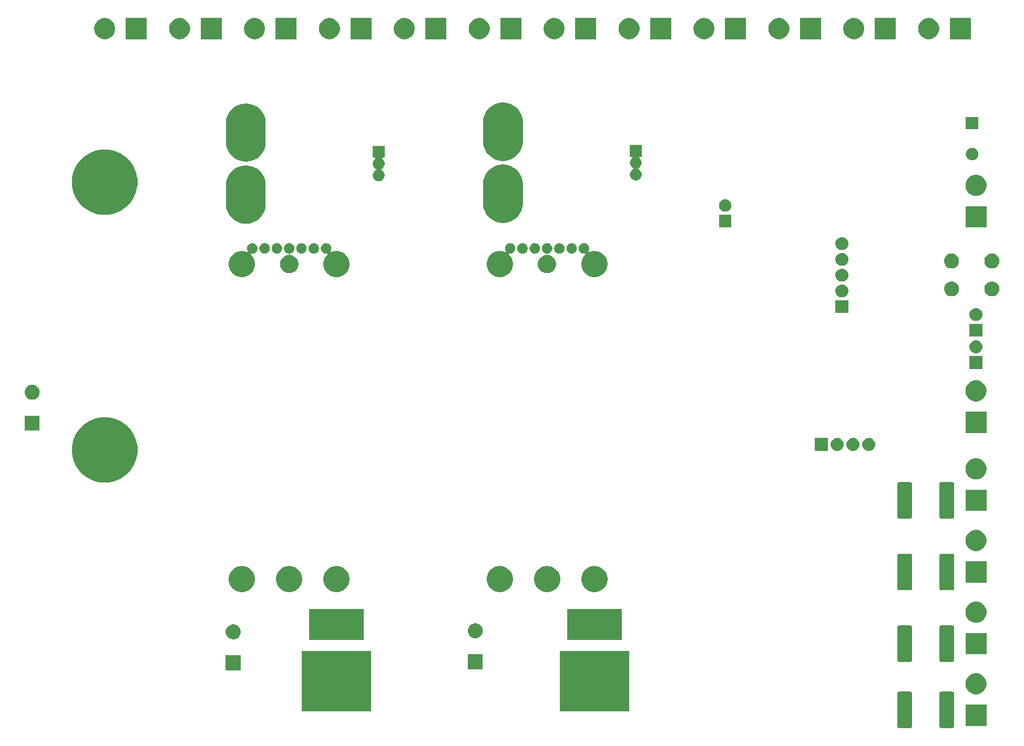
<source format=gbr>
G04 #@! TF.GenerationSoftware,KiCad,Pcbnew,(5.0.1)-3*
G04 #@! TF.CreationDate,2018-11-01T17:09:48-05:00*
G04 #@! TF.ProjectId,power_board,706F7765725F626F6172642E6B696361,rev?*
G04 #@! TF.SameCoordinates,Original*
G04 #@! TF.FileFunction,Soldermask,Bot*
G04 #@! TF.FilePolarity,Negative*
%FSLAX46Y46*%
G04 Gerber Fmt 4.6, Leading zero omitted, Abs format (unit mm)*
G04 Created by KiCad (PCBNEW (5.0.1)-3) date 11/1/2018 5:09:48 PM*
%MOMM*%
%LPD*%
G01*
G04 APERTURE LIST*
%ADD10C,0.100000*%
G04 APERTURE END LIST*
D10*
G36*
X217909820Y-143129617D02*
X217948997Y-143141501D01*
X217985094Y-143160795D01*
X218016736Y-143186764D01*
X218042705Y-143218406D01*
X218061999Y-143254503D01*
X218073883Y-143293680D01*
X218078500Y-143340556D01*
X218078500Y-148759444D01*
X218073883Y-148806320D01*
X218061999Y-148845497D01*
X218042705Y-148881594D01*
X218016736Y-148913236D01*
X217985094Y-148939205D01*
X217948997Y-148958499D01*
X217909820Y-148970383D01*
X217862944Y-148975000D01*
X215969056Y-148975000D01*
X215922180Y-148970383D01*
X215883003Y-148958499D01*
X215846906Y-148939205D01*
X215815264Y-148913236D01*
X215789295Y-148881594D01*
X215770001Y-148845497D01*
X215758117Y-148806320D01*
X215753500Y-148759444D01*
X215753500Y-143340556D01*
X215758117Y-143293680D01*
X215770001Y-143254503D01*
X215789295Y-143218406D01*
X215815264Y-143186764D01*
X215846906Y-143160795D01*
X215883003Y-143141501D01*
X215922180Y-143129617D01*
X215969056Y-143125000D01*
X217862944Y-143125000D01*
X217909820Y-143129617D01*
X217909820Y-143129617D01*
G37*
G36*
X211134820Y-143129617D02*
X211173997Y-143141501D01*
X211210094Y-143160795D01*
X211241736Y-143186764D01*
X211267705Y-143218406D01*
X211286999Y-143254503D01*
X211298883Y-143293680D01*
X211303500Y-143340556D01*
X211303500Y-148759444D01*
X211298883Y-148806320D01*
X211286999Y-148845497D01*
X211267705Y-148881594D01*
X211241736Y-148913236D01*
X211210094Y-148939205D01*
X211173997Y-148958499D01*
X211134820Y-148970383D01*
X211087944Y-148975000D01*
X209194056Y-148975000D01*
X209147180Y-148970383D01*
X209108003Y-148958499D01*
X209071906Y-148939205D01*
X209040264Y-148913236D01*
X209014295Y-148881594D01*
X208995001Y-148845497D01*
X208983117Y-148806320D01*
X208978500Y-148759444D01*
X208978500Y-143340556D01*
X208983117Y-143293680D01*
X208995001Y-143254503D01*
X209014295Y-143218406D01*
X209040264Y-143186764D01*
X209071906Y-143160795D01*
X209108003Y-143141501D01*
X209147180Y-143129617D01*
X209194056Y-143125000D01*
X211087944Y-143125000D01*
X211134820Y-143129617D01*
X211134820Y-143129617D01*
G37*
G36*
X223315000Y-148639000D02*
X219915000Y-148639000D01*
X219915000Y-145239000D01*
X223315000Y-145239000D01*
X223315000Y-148639000D01*
X223315000Y-148639000D01*
G37*
G36*
X124218000Y-146324000D02*
X113018000Y-146324000D01*
X113018000Y-136524000D01*
X124218000Y-136524000D01*
X124218000Y-146324000D01*
X124218000Y-146324000D01*
G37*
G36*
X165747000Y-146324000D02*
X154547000Y-146324000D01*
X154547000Y-136524000D01*
X165747000Y-136524000D01*
X165747000Y-146324000D01*
X165747000Y-146324000D01*
G37*
G36*
X222001393Y-140202553D02*
X222110872Y-140224330D01*
X222420252Y-140352479D01*
X222698687Y-140538523D01*
X222935477Y-140775313D01*
X223121521Y-141053748D01*
X223249670Y-141363128D01*
X223315000Y-141691565D01*
X223315000Y-142026435D01*
X223249670Y-142354872D01*
X223121521Y-142664252D01*
X222935477Y-142942687D01*
X222698687Y-143179477D01*
X222420252Y-143365521D01*
X222110872Y-143493670D01*
X222001393Y-143515447D01*
X221782437Y-143559000D01*
X221447563Y-143559000D01*
X221228607Y-143515447D01*
X221119128Y-143493670D01*
X220809748Y-143365521D01*
X220531313Y-143179477D01*
X220294523Y-142942687D01*
X220108479Y-142664252D01*
X219980330Y-142354872D01*
X219915000Y-142026435D01*
X219915000Y-141691565D01*
X219980330Y-141363128D01*
X220108479Y-141053748D01*
X220294523Y-140775313D01*
X220531313Y-140538523D01*
X220809748Y-140352479D01*
X221119128Y-140224330D01*
X221228607Y-140202553D01*
X221447563Y-140159000D01*
X221782437Y-140159000D01*
X222001393Y-140202553D01*
X222001393Y-140202553D01*
G37*
G36*
X103181000Y-139677000D02*
X100781000Y-139677000D01*
X100781000Y-137277000D01*
X103181000Y-137277000D01*
X103181000Y-139677000D01*
X103181000Y-139677000D01*
G37*
G36*
X142170000Y-139503000D02*
X139770000Y-139503000D01*
X139770000Y-137103000D01*
X142170000Y-137103000D01*
X142170000Y-139503000D01*
X142170000Y-139503000D01*
G37*
G36*
X211134820Y-132461617D02*
X211173997Y-132473501D01*
X211210094Y-132492795D01*
X211241736Y-132518764D01*
X211267705Y-132550406D01*
X211286999Y-132586503D01*
X211298883Y-132625680D01*
X211303500Y-132672556D01*
X211303500Y-138091444D01*
X211298883Y-138138320D01*
X211286999Y-138177497D01*
X211267705Y-138213594D01*
X211241736Y-138245236D01*
X211210094Y-138271205D01*
X211173997Y-138290499D01*
X211134820Y-138302383D01*
X211087944Y-138307000D01*
X209194056Y-138307000D01*
X209147180Y-138302383D01*
X209108003Y-138290499D01*
X209071906Y-138271205D01*
X209040264Y-138245236D01*
X209014295Y-138213594D01*
X208995001Y-138177497D01*
X208983117Y-138138320D01*
X208978500Y-138091444D01*
X208978500Y-132672556D01*
X208983117Y-132625680D01*
X208995001Y-132586503D01*
X209014295Y-132550406D01*
X209040264Y-132518764D01*
X209071906Y-132492795D01*
X209108003Y-132473501D01*
X209147180Y-132461617D01*
X209194056Y-132457000D01*
X211087944Y-132457000D01*
X211134820Y-132461617D01*
X211134820Y-132461617D01*
G37*
G36*
X217909820Y-132461617D02*
X217948997Y-132473501D01*
X217985094Y-132492795D01*
X218016736Y-132518764D01*
X218042705Y-132550406D01*
X218061999Y-132586503D01*
X218073883Y-132625680D01*
X218078500Y-132672556D01*
X218078500Y-138091444D01*
X218073883Y-138138320D01*
X218061999Y-138177497D01*
X218042705Y-138213594D01*
X218016736Y-138245236D01*
X217985094Y-138271205D01*
X217948997Y-138290499D01*
X217909820Y-138302383D01*
X217862944Y-138307000D01*
X215969056Y-138307000D01*
X215922180Y-138302383D01*
X215883003Y-138290499D01*
X215846906Y-138271205D01*
X215815264Y-138245236D01*
X215789295Y-138213594D01*
X215770001Y-138177497D01*
X215758117Y-138138320D01*
X215753500Y-138091444D01*
X215753500Y-132672556D01*
X215758117Y-132625680D01*
X215770001Y-132586503D01*
X215789295Y-132550406D01*
X215815264Y-132518764D01*
X215846906Y-132492795D01*
X215883003Y-132473501D01*
X215922180Y-132461617D01*
X215969056Y-132457000D01*
X217862944Y-132457000D01*
X217909820Y-132461617D01*
X217909820Y-132461617D01*
G37*
G36*
X223315000Y-137082000D02*
X219915000Y-137082000D01*
X219915000Y-133682000D01*
X223315000Y-133682000D01*
X223315000Y-137082000D01*
X223315000Y-137082000D01*
G37*
G36*
X164557000Y-134774000D02*
X155737000Y-134774000D01*
X155737000Y-129774000D01*
X164557000Y-129774000D01*
X164557000Y-134774000D01*
X164557000Y-134774000D01*
G37*
G36*
X123028000Y-134774000D02*
X114208000Y-134774000D01*
X114208000Y-129774000D01*
X123028000Y-129774000D01*
X123028000Y-134774000D01*
X123028000Y-134774000D01*
G37*
G36*
X102331026Y-132323115D02*
X102549412Y-132413573D01*
X102745958Y-132544901D01*
X102913099Y-132712042D01*
X103044427Y-132908588D01*
X103134885Y-133126974D01*
X103181000Y-133358809D01*
X103181000Y-133595191D01*
X103134885Y-133827026D01*
X103044427Y-134045412D01*
X102913099Y-134241958D01*
X102745958Y-134409099D01*
X102549412Y-134540427D01*
X102331026Y-134630885D01*
X102099191Y-134677000D01*
X101862809Y-134677000D01*
X101630974Y-134630885D01*
X101412588Y-134540427D01*
X101216042Y-134409099D01*
X101048901Y-134241958D01*
X100917573Y-134045412D01*
X100827115Y-133827026D01*
X100781000Y-133595191D01*
X100781000Y-133358809D01*
X100827115Y-133126974D01*
X100917573Y-132908588D01*
X101048901Y-132712042D01*
X101216042Y-132544901D01*
X101412588Y-132413573D01*
X101630974Y-132323115D01*
X101862809Y-132277000D01*
X102099191Y-132277000D01*
X102331026Y-132323115D01*
X102331026Y-132323115D01*
G37*
G36*
X141320026Y-132149115D02*
X141538412Y-132239573D01*
X141734958Y-132370901D01*
X141902099Y-132538042D01*
X142033427Y-132734588D01*
X142123885Y-132952974D01*
X142170000Y-133184809D01*
X142170000Y-133421191D01*
X142123885Y-133653026D01*
X142033427Y-133871412D01*
X141902099Y-134067958D01*
X141734958Y-134235099D01*
X141538412Y-134366427D01*
X141320026Y-134456885D01*
X141088191Y-134503000D01*
X140851809Y-134503000D01*
X140619974Y-134456885D01*
X140401588Y-134366427D01*
X140205042Y-134235099D01*
X140037901Y-134067958D01*
X139906573Y-133871412D01*
X139816115Y-133653026D01*
X139770000Y-133421191D01*
X139770000Y-133184809D01*
X139816115Y-132952974D01*
X139906573Y-132734588D01*
X140037901Y-132538042D01*
X140205042Y-132370901D01*
X140401588Y-132239573D01*
X140619974Y-132149115D01*
X140851809Y-132103000D01*
X141088191Y-132103000D01*
X141320026Y-132149115D01*
X141320026Y-132149115D01*
G37*
G36*
X222001393Y-128645553D02*
X222110872Y-128667330D01*
X222420252Y-128795479D01*
X222698687Y-128981523D01*
X222935477Y-129218313D01*
X223121521Y-129496748D01*
X223249670Y-129806128D01*
X223315000Y-130134565D01*
X223315000Y-130469435D01*
X223249670Y-130797872D01*
X223121521Y-131107252D01*
X222935477Y-131385687D01*
X222698687Y-131622477D01*
X222420252Y-131808521D01*
X222110872Y-131936670D01*
X222001393Y-131958447D01*
X221782437Y-132002000D01*
X221447563Y-132002000D01*
X221228607Y-131958447D01*
X221119128Y-131936670D01*
X220809748Y-131808521D01*
X220531313Y-131622477D01*
X220294523Y-131385687D01*
X220108479Y-131107252D01*
X219980330Y-130797872D01*
X219915000Y-130469435D01*
X219915000Y-130134565D01*
X219980330Y-129806128D01*
X220108479Y-129496748D01*
X220294523Y-129218313D01*
X220531313Y-128981523D01*
X220809748Y-128795479D01*
X221119128Y-128667330D01*
X221228607Y-128645553D01*
X221447563Y-128602000D01*
X221782437Y-128602000D01*
X222001393Y-128645553D01*
X222001393Y-128645553D01*
G37*
G36*
X103856445Y-122916929D02*
X103992006Y-122943894D01*
X104375091Y-123102573D01*
X104717536Y-123331388D01*
X104719862Y-123332942D01*
X105013058Y-123626138D01*
X105013060Y-123626141D01*
X105243427Y-123970909D01*
X105402106Y-124353994D01*
X105483000Y-124760676D01*
X105483000Y-125175324D01*
X105402106Y-125582006D01*
X105243427Y-125965091D01*
X105014612Y-126307536D01*
X105013058Y-126309862D01*
X104719862Y-126603058D01*
X104719859Y-126603060D01*
X104375091Y-126833427D01*
X103992006Y-126992106D01*
X103856445Y-127019071D01*
X103585326Y-127073000D01*
X103170674Y-127073000D01*
X102899555Y-127019071D01*
X102763994Y-126992106D01*
X102380909Y-126833427D01*
X102036141Y-126603060D01*
X102036138Y-126603058D01*
X101742942Y-126309862D01*
X101741388Y-126307536D01*
X101512573Y-125965091D01*
X101353894Y-125582006D01*
X101273000Y-125175324D01*
X101273000Y-124760676D01*
X101353894Y-124353994D01*
X101512573Y-123970909D01*
X101742940Y-123626141D01*
X101742942Y-123626138D01*
X102036138Y-123332942D01*
X102038464Y-123331388D01*
X102380909Y-123102573D01*
X102763994Y-122943894D01*
X102899555Y-122916929D01*
X103170674Y-122863000D01*
X103585326Y-122863000D01*
X103856445Y-122916929D01*
X103856445Y-122916929D01*
G37*
G36*
X111476445Y-122916929D02*
X111612006Y-122943894D01*
X111995091Y-123102573D01*
X112337536Y-123331388D01*
X112339862Y-123332942D01*
X112633058Y-123626138D01*
X112633060Y-123626141D01*
X112863427Y-123970909D01*
X113022106Y-124353994D01*
X113103000Y-124760676D01*
X113103000Y-125175324D01*
X113022106Y-125582006D01*
X112863427Y-125965091D01*
X112634612Y-126307536D01*
X112633058Y-126309862D01*
X112339862Y-126603058D01*
X112339859Y-126603060D01*
X111995091Y-126833427D01*
X111612006Y-126992106D01*
X111476445Y-127019071D01*
X111205326Y-127073000D01*
X110790674Y-127073000D01*
X110519555Y-127019071D01*
X110383994Y-126992106D01*
X110000909Y-126833427D01*
X109656141Y-126603060D01*
X109656138Y-126603058D01*
X109362942Y-126309862D01*
X109361388Y-126307536D01*
X109132573Y-125965091D01*
X108973894Y-125582006D01*
X108893000Y-125175324D01*
X108893000Y-124760676D01*
X108973894Y-124353994D01*
X109132573Y-123970909D01*
X109362940Y-123626141D01*
X109362942Y-123626138D01*
X109656138Y-123332942D01*
X109658464Y-123331388D01*
X110000909Y-123102573D01*
X110383994Y-122943894D01*
X110519555Y-122916929D01*
X110790674Y-122863000D01*
X111205326Y-122863000D01*
X111476445Y-122916929D01*
X111476445Y-122916929D01*
G37*
G36*
X119096445Y-122916929D02*
X119232006Y-122943894D01*
X119615091Y-123102573D01*
X119957536Y-123331388D01*
X119959862Y-123332942D01*
X120253058Y-123626138D01*
X120253060Y-123626141D01*
X120483427Y-123970909D01*
X120642106Y-124353994D01*
X120723000Y-124760676D01*
X120723000Y-125175324D01*
X120642106Y-125582006D01*
X120483427Y-125965091D01*
X120254612Y-126307536D01*
X120253058Y-126309862D01*
X119959862Y-126603058D01*
X119959859Y-126603060D01*
X119615091Y-126833427D01*
X119232006Y-126992106D01*
X119096445Y-127019071D01*
X118825326Y-127073000D01*
X118410674Y-127073000D01*
X118139555Y-127019071D01*
X118003994Y-126992106D01*
X117620909Y-126833427D01*
X117276141Y-126603060D01*
X117276138Y-126603058D01*
X116982942Y-126309862D01*
X116981388Y-126307536D01*
X116752573Y-125965091D01*
X116593894Y-125582006D01*
X116513000Y-125175324D01*
X116513000Y-124760676D01*
X116593894Y-124353994D01*
X116752573Y-123970909D01*
X116982940Y-123626141D01*
X116982942Y-123626138D01*
X117276138Y-123332942D01*
X117278464Y-123331388D01*
X117620909Y-123102573D01*
X118003994Y-122943894D01*
X118139555Y-122916929D01*
X118410674Y-122863000D01*
X118825326Y-122863000D01*
X119096445Y-122916929D01*
X119096445Y-122916929D01*
G37*
G36*
X153005445Y-122916929D02*
X153141006Y-122943894D01*
X153524091Y-123102573D01*
X153866536Y-123331388D01*
X153868862Y-123332942D01*
X154162058Y-123626138D01*
X154162060Y-123626141D01*
X154392427Y-123970909D01*
X154551106Y-124353994D01*
X154632000Y-124760676D01*
X154632000Y-125175324D01*
X154551106Y-125582006D01*
X154392427Y-125965091D01*
X154163612Y-126307536D01*
X154162058Y-126309862D01*
X153868862Y-126603058D01*
X153868859Y-126603060D01*
X153524091Y-126833427D01*
X153141006Y-126992106D01*
X153005445Y-127019071D01*
X152734326Y-127073000D01*
X152319674Y-127073000D01*
X152048555Y-127019071D01*
X151912994Y-126992106D01*
X151529909Y-126833427D01*
X151185141Y-126603060D01*
X151185138Y-126603058D01*
X150891942Y-126309862D01*
X150890388Y-126307536D01*
X150661573Y-125965091D01*
X150502894Y-125582006D01*
X150422000Y-125175324D01*
X150422000Y-124760676D01*
X150502894Y-124353994D01*
X150661573Y-123970909D01*
X150891940Y-123626141D01*
X150891942Y-123626138D01*
X151185138Y-123332942D01*
X151187464Y-123331388D01*
X151529909Y-123102573D01*
X151912994Y-122943894D01*
X152048555Y-122916929D01*
X152319674Y-122863000D01*
X152734326Y-122863000D01*
X153005445Y-122916929D01*
X153005445Y-122916929D01*
G37*
G36*
X160625445Y-122916929D02*
X160761006Y-122943894D01*
X161144091Y-123102573D01*
X161486536Y-123331388D01*
X161488862Y-123332942D01*
X161782058Y-123626138D01*
X161782060Y-123626141D01*
X162012427Y-123970909D01*
X162171106Y-124353994D01*
X162252000Y-124760676D01*
X162252000Y-125175324D01*
X162171106Y-125582006D01*
X162012427Y-125965091D01*
X161783612Y-126307536D01*
X161782058Y-126309862D01*
X161488862Y-126603058D01*
X161488859Y-126603060D01*
X161144091Y-126833427D01*
X160761006Y-126992106D01*
X160625445Y-127019071D01*
X160354326Y-127073000D01*
X159939674Y-127073000D01*
X159668555Y-127019071D01*
X159532994Y-126992106D01*
X159149909Y-126833427D01*
X158805141Y-126603060D01*
X158805138Y-126603058D01*
X158511942Y-126309862D01*
X158510388Y-126307536D01*
X158281573Y-125965091D01*
X158122894Y-125582006D01*
X158042000Y-125175324D01*
X158042000Y-124760676D01*
X158122894Y-124353994D01*
X158281573Y-123970909D01*
X158511940Y-123626141D01*
X158511942Y-123626138D01*
X158805138Y-123332942D01*
X158807464Y-123331388D01*
X159149909Y-123102573D01*
X159532994Y-122943894D01*
X159668555Y-122916929D01*
X159939674Y-122863000D01*
X160354326Y-122863000D01*
X160625445Y-122916929D01*
X160625445Y-122916929D01*
G37*
G36*
X145385445Y-122916929D02*
X145521006Y-122943894D01*
X145904091Y-123102573D01*
X146246536Y-123331388D01*
X146248862Y-123332942D01*
X146542058Y-123626138D01*
X146542060Y-123626141D01*
X146772427Y-123970909D01*
X146931106Y-124353994D01*
X147012000Y-124760676D01*
X147012000Y-125175324D01*
X146931106Y-125582006D01*
X146772427Y-125965091D01*
X146543612Y-126307536D01*
X146542058Y-126309862D01*
X146248862Y-126603058D01*
X146248859Y-126603060D01*
X145904091Y-126833427D01*
X145521006Y-126992106D01*
X145385445Y-127019071D01*
X145114326Y-127073000D01*
X144699674Y-127073000D01*
X144428555Y-127019071D01*
X144292994Y-126992106D01*
X143909909Y-126833427D01*
X143565141Y-126603060D01*
X143565138Y-126603058D01*
X143271942Y-126309862D01*
X143270388Y-126307536D01*
X143041573Y-125965091D01*
X142882894Y-125582006D01*
X142802000Y-125175324D01*
X142802000Y-124760676D01*
X142882894Y-124353994D01*
X143041573Y-123970909D01*
X143271940Y-123626141D01*
X143271942Y-123626138D01*
X143565138Y-123332942D01*
X143567464Y-123331388D01*
X143909909Y-123102573D01*
X144292994Y-122943894D01*
X144428555Y-122916929D01*
X144699674Y-122863000D01*
X145114326Y-122863000D01*
X145385445Y-122916929D01*
X145385445Y-122916929D01*
G37*
G36*
X211134820Y-120904617D02*
X211173997Y-120916501D01*
X211210094Y-120935795D01*
X211241736Y-120961764D01*
X211267705Y-120993406D01*
X211286999Y-121029503D01*
X211298883Y-121068680D01*
X211303500Y-121115556D01*
X211303500Y-126534444D01*
X211298883Y-126581320D01*
X211286999Y-126620497D01*
X211267705Y-126656594D01*
X211241736Y-126688236D01*
X211210094Y-126714205D01*
X211173997Y-126733499D01*
X211134820Y-126745383D01*
X211087944Y-126750000D01*
X209194056Y-126750000D01*
X209147180Y-126745383D01*
X209108003Y-126733499D01*
X209071906Y-126714205D01*
X209040264Y-126688236D01*
X209014295Y-126656594D01*
X208995001Y-126620497D01*
X208983117Y-126581320D01*
X208978500Y-126534444D01*
X208978500Y-121115556D01*
X208983117Y-121068680D01*
X208995001Y-121029503D01*
X209014295Y-120993406D01*
X209040264Y-120961764D01*
X209071906Y-120935795D01*
X209108003Y-120916501D01*
X209147180Y-120904617D01*
X209194056Y-120900000D01*
X211087944Y-120900000D01*
X211134820Y-120904617D01*
X211134820Y-120904617D01*
G37*
G36*
X217909820Y-120904617D02*
X217948997Y-120916501D01*
X217985094Y-120935795D01*
X218016736Y-120961764D01*
X218042705Y-120993406D01*
X218061999Y-121029503D01*
X218073883Y-121068680D01*
X218078500Y-121115556D01*
X218078500Y-126534444D01*
X218073883Y-126581320D01*
X218061999Y-126620497D01*
X218042705Y-126656594D01*
X218016736Y-126688236D01*
X217985094Y-126714205D01*
X217948997Y-126733499D01*
X217909820Y-126745383D01*
X217862944Y-126750000D01*
X215969056Y-126750000D01*
X215922180Y-126745383D01*
X215883003Y-126733499D01*
X215846906Y-126714205D01*
X215815264Y-126688236D01*
X215789295Y-126656594D01*
X215770001Y-126620497D01*
X215758117Y-126581320D01*
X215753500Y-126534444D01*
X215753500Y-121115556D01*
X215758117Y-121068680D01*
X215770001Y-121029503D01*
X215789295Y-120993406D01*
X215815264Y-120961764D01*
X215846906Y-120935795D01*
X215883003Y-120916501D01*
X215922180Y-120904617D01*
X215969056Y-120900000D01*
X217862944Y-120900000D01*
X217909820Y-120904617D01*
X217909820Y-120904617D01*
G37*
G36*
X223315000Y-125525000D02*
X219915000Y-125525000D01*
X219915000Y-122125000D01*
X223315000Y-122125000D01*
X223315000Y-125525000D01*
X223315000Y-125525000D01*
G37*
G36*
X222001393Y-117088553D02*
X222110872Y-117110330D01*
X222420252Y-117238479D01*
X222698687Y-117424523D01*
X222935477Y-117661313D01*
X223121521Y-117939748D01*
X223249670Y-118249128D01*
X223315000Y-118577565D01*
X223315000Y-118912435D01*
X223249670Y-119240872D01*
X223121521Y-119550252D01*
X222935477Y-119828687D01*
X222698687Y-120065477D01*
X222420252Y-120251521D01*
X222110872Y-120379670D01*
X222001393Y-120401447D01*
X221782437Y-120445000D01*
X221447563Y-120445000D01*
X221228607Y-120401447D01*
X221119128Y-120379670D01*
X220809748Y-120251521D01*
X220531313Y-120065477D01*
X220294523Y-119828687D01*
X220108479Y-119550252D01*
X219980330Y-119240872D01*
X219915000Y-118912435D01*
X219915000Y-118577565D01*
X219980330Y-118249128D01*
X220108479Y-117939748D01*
X220294523Y-117661313D01*
X220531313Y-117424523D01*
X220809748Y-117238479D01*
X221119128Y-117110330D01*
X221228607Y-117088553D01*
X221447563Y-117045000D01*
X221782437Y-117045000D01*
X222001393Y-117088553D01*
X222001393Y-117088553D01*
G37*
G36*
X211134820Y-109347617D02*
X211173997Y-109359501D01*
X211210094Y-109378795D01*
X211241736Y-109404764D01*
X211267705Y-109436406D01*
X211286999Y-109472503D01*
X211298883Y-109511680D01*
X211303500Y-109558556D01*
X211303500Y-114977444D01*
X211298883Y-115024320D01*
X211286999Y-115063497D01*
X211267705Y-115099594D01*
X211241736Y-115131236D01*
X211210094Y-115157205D01*
X211173997Y-115176499D01*
X211134820Y-115188383D01*
X211087944Y-115193000D01*
X209194056Y-115193000D01*
X209147180Y-115188383D01*
X209108003Y-115176499D01*
X209071906Y-115157205D01*
X209040264Y-115131236D01*
X209014295Y-115099594D01*
X208995001Y-115063497D01*
X208983117Y-115024320D01*
X208978500Y-114977444D01*
X208978500Y-109558556D01*
X208983117Y-109511680D01*
X208995001Y-109472503D01*
X209014295Y-109436406D01*
X209040264Y-109404764D01*
X209071906Y-109378795D01*
X209108003Y-109359501D01*
X209147180Y-109347617D01*
X209194056Y-109343000D01*
X211087944Y-109343000D01*
X211134820Y-109347617D01*
X211134820Y-109347617D01*
G37*
G36*
X217909820Y-109347617D02*
X217948997Y-109359501D01*
X217985094Y-109378795D01*
X218016736Y-109404764D01*
X218042705Y-109436406D01*
X218061999Y-109472503D01*
X218073883Y-109511680D01*
X218078500Y-109558556D01*
X218078500Y-114977444D01*
X218073883Y-115024320D01*
X218061999Y-115063497D01*
X218042705Y-115099594D01*
X218016736Y-115131236D01*
X217985094Y-115157205D01*
X217948997Y-115176499D01*
X217909820Y-115188383D01*
X217862944Y-115193000D01*
X215969056Y-115193000D01*
X215922180Y-115188383D01*
X215883003Y-115176499D01*
X215846906Y-115157205D01*
X215815264Y-115131236D01*
X215789295Y-115099594D01*
X215770001Y-115063497D01*
X215758117Y-115024320D01*
X215753500Y-114977444D01*
X215753500Y-109558556D01*
X215758117Y-109511680D01*
X215770001Y-109472503D01*
X215789295Y-109436406D01*
X215815264Y-109404764D01*
X215846906Y-109378795D01*
X215883003Y-109359501D01*
X215922180Y-109347617D01*
X215969056Y-109343000D01*
X217862944Y-109343000D01*
X217909820Y-109347617D01*
X217909820Y-109347617D01*
G37*
G36*
X223315000Y-113968000D02*
X219915000Y-113968000D01*
X219915000Y-110568000D01*
X223315000Y-110568000D01*
X223315000Y-113968000D01*
X223315000Y-113968000D01*
G37*
G36*
X81945195Y-98888874D02*
X82820119Y-99062907D01*
X83781018Y-99460924D01*
X84645804Y-100038756D01*
X85381244Y-100774196D01*
X85959076Y-101638982D01*
X86357093Y-102599881D01*
X86560000Y-103619965D01*
X86560000Y-104660035D01*
X86357093Y-105680119D01*
X85959076Y-106641018D01*
X85381244Y-107505804D01*
X84645804Y-108241244D01*
X83781018Y-108819076D01*
X82820119Y-109217093D01*
X81945195Y-109391126D01*
X81800036Y-109420000D01*
X80759964Y-109420000D01*
X80614805Y-109391126D01*
X79739881Y-109217093D01*
X78778982Y-108819076D01*
X77914196Y-108241244D01*
X77178756Y-107505804D01*
X76600924Y-106641018D01*
X76202907Y-105680119D01*
X76000000Y-104660035D01*
X76000000Y-103619965D01*
X76202907Y-102599881D01*
X76600924Y-101638982D01*
X77178756Y-100774196D01*
X77914196Y-100038756D01*
X78778982Y-99460924D01*
X79739881Y-99062907D01*
X80614805Y-98888874D01*
X80759964Y-98860000D01*
X81800036Y-98860000D01*
X81945195Y-98888874D01*
X81945195Y-98888874D01*
G37*
G36*
X222001393Y-105531553D02*
X222110872Y-105553330D01*
X222420252Y-105681479D01*
X222698687Y-105867523D01*
X222935477Y-106104313D01*
X223121521Y-106382748D01*
X223249670Y-106692128D01*
X223249670Y-106692129D01*
X223315000Y-107020563D01*
X223315000Y-107355437D01*
X223271447Y-107574393D01*
X223249670Y-107683872D01*
X223121521Y-107993252D01*
X222935477Y-108271687D01*
X222698687Y-108508477D01*
X222420252Y-108694521D01*
X222110872Y-108822670D01*
X222001393Y-108844447D01*
X221782437Y-108888000D01*
X221447563Y-108888000D01*
X221228607Y-108844447D01*
X221119128Y-108822670D01*
X220809748Y-108694521D01*
X220531313Y-108508477D01*
X220294523Y-108271687D01*
X220108479Y-107993252D01*
X219980330Y-107683872D01*
X219958553Y-107574393D01*
X219915000Y-107355437D01*
X219915000Y-107020563D01*
X219980330Y-106692129D01*
X219980330Y-106692128D01*
X220108479Y-106382748D01*
X220294523Y-106104313D01*
X220531313Y-105867523D01*
X220809748Y-105681479D01*
X221119128Y-105553330D01*
X221228607Y-105531553D01*
X221447563Y-105488000D01*
X221782437Y-105488000D01*
X222001393Y-105531553D01*
X222001393Y-105531553D01*
G37*
G36*
X204471707Y-102208596D02*
X204548836Y-102216193D01*
X204680787Y-102256220D01*
X204746763Y-102276233D01*
X204929172Y-102373733D01*
X205089054Y-102504946D01*
X205220267Y-102664828D01*
X205317767Y-102847237D01*
X205317767Y-102847238D01*
X205377807Y-103045164D01*
X205398080Y-103251000D01*
X205377807Y-103456836D01*
X205337780Y-103588787D01*
X205317767Y-103654763D01*
X205220267Y-103837172D01*
X205089054Y-103997054D01*
X204929172Y-104128267D01*
X204746763Y-104225767D01*
X204680787Y-104245780D01*
X204548836Y-104285807D01*
X204471707Y-104293403D01*
X204394580Y-104301000D01*
X204291420Y-104301000D01*
X204214293Y-104293404D01*
X204137164Y-104285807D01*
X204005213Y-104245780D01*
X203939237Y-104225767D01*
X203756828Y-104128267D01*
X203596946Y-103997054D01*
X203465733Y-103837172D01*
X203368233Y-103654763D01*
X203348220Y-103588787D01*
X203308193Y-103456836D01*
X203287920Y-103251000D01*
X203308193Y-103045164D01*
X203368233Y-102847238D01*
X203368233Y-102847237D01*
X203465733Y-102664828D01*
X203596946Y-102504946D01*
X203756828Y-102373733D01*
X203939237Y-102276233D01*
X204005213Y-102256220D01*
X204137164Y-102216193D01*
X204214293Y-102208596D01*
X204291420Y-102201000D01*
X204394580Y-102201000D01*
X204471707Y-102208596D01*
X204471707Y-102208596D01*
G37*
G36*
X201931707Y-102208596D02*
X202008836Y-102216193D01*
X202140787Y-102256220D01*
X202206763Y-102276233D01*
X202389172Y-102373733D01*
X202549054Y-102504946D01*
X202680267Y-102664828D01*
X202777767Y-102847237D01*
X202777767Y-102847238D01*
X202837807Y-103045164D01*
X202858080Y-103251000D01*
X202837807Y-103456836D01*
X202797780Y-103588787D01*
X202777767Y-103654763D01*
X202680267Y-103837172D01*
X202549054Y-103997054D01*
X202389172Y-104128267D01*
X202206763Y-104225767D01*
X202140787Y-104245780D01*
X202008836Y-104285807D01*
X201931707Y-104293403D01*
X201854580Y-104301000D01*
X201751420Y-104301000D01*
X201674293Y-104293404D01*
X201597164Y-104285807D01*
X201465213Y-104245780D01*
X201399237Y-104225767D01*
X201216828Y-104128267D01*
X201056946Y-103997054D01*
X200925733Y-103837172D01*
X200828233Y-103654763D01*
X200808220Y-103588787D01*
X200768193Y-103456836D01*
X200747920Y-103251000D01*
X200768193Y-103045164D01*
X200828233Y-102847238D01*
X200828233Y-102847237D01*
X200925733Y-102664828D01*
X201056946Y-102504946D01*
X201216828Y-102373733D01*
X201399237Y-102276233D01*
X201465213Y-102256220D01*
X201597164Y-102216193D01*
X201674293Y-102208596D01*
X201751420Y-102201000D01*
X201854580Y-102201000D01*
X201931707Y-102208596D01*
X201931707Y-102208596D01*
G37*
G36*
X199391707Y-102208596D02*
X199468836Y-102216193D01*
X199600787Y-102256220D01*
X199666763Y-102276233D01*
X199849172Y-102373733D01*
X200009054Y-102504946D01*
X200140267Y-102664828D01*
X200237767Y-102847237D01*
X200237767Y-102847238D01*
X200297807Y-103045164D01*
X200318080Y-103251000D01*
X200297807Y-103456836D01*
X200257780Y-103588787D01*
X200237767Y-103654763D01*
X200140267Y-103837172D01*
X200009054Y-103997054D01*
X199849172Y-104128267D01*
X199666763Y-104225767D01*
X199600787Y-104245780D01*
X199468836Y-104285807D01*
X199391707Y-104293403D01*
X199314580Y-104301000D01*
X199211420Y-104301000D01*
X199134293Y-104293404D01*
X199057164Y-104285807D01*
X198925213Y-104245780D01*
X198859237Y-104225767D01*
X198676828Y-104128267D01*
X198516946Y-103997054D01*
X198385733Y-103837172D01*
X198288233Y-103654763D01*
X198268220Y-103588787D01*
X198228193Y-103456836D01*
X198207920Y-103251000D01*
X198228193Y-103045164D01*
X198288233Y-102847238D01*
X198288233Y-102847237D01*
X198385733Y-102664828D01*
X198516946Y-102504946D01*
X198676828Y-102373733D01*
X198859237Y-102276233D01*
X198925213Y-102256220D01*
X199057164Y-102216193D01*
X199134293Y-102208596D01*
X199211420Y-102201000D01*
X199314580Y-102201000D01*
X199391707Y-102208596D01*
X199391707Y-102208596D01*
G37*
G36*
X197773000Y-104301000D02*
X195673000Y-104301000D01*
X195673000Y-102201000D01*
X197773000Y-102201000D01*
X197773000Y-104301000D01*
X197773000Y-104301000D01*
G37*
G36*
X223315000Y-101395000D02*
X219915000Y-101395000D01*
X219915000Y-97995000D01*
X223315000Y-97995000D01*
X223315000Y-101395000D01*
X223315000Y-101395000D01*
G37*
G36*
X70796000Y-101022000D02*
X68396000Y-101022000D01*
X68396000Y-98622000D01*
X70796000Y-98622000D01*
X70796000Y-101022000D01*
X70796000Y-101022000D01*
G37*
G36*
X222001393Y-92958553D02*
X222110872Y-92980330D01*
X222420252Y-93108479D01*
X222698687Y-93294523D01*
X222935477Y-93531313D01*
X223121521Y-93809748D01*
X223154721Y-93889901D01*
X223249670Y-94119129D01*
X223315000Y-94447563D01*
X223315000Y-94782437D01*
X223271447Y-95001393D01*
X223249670Y-95110872D01*
X223121521Y-95420252D01*
X222935477Y-95698687D01*
X222698687Y-95935477D01*
X222420252Y-96121521D01*
X222110872Y-96249670D01*
X222001393Y-96271447D01*
X221782437Y-96315000D01*
X221447563Y-96315000D01*
X221228607Y-96271447D01*
X221119128Y-96249670D01*
X220809748Y-96121521D01*
X220531313Y-95935477D01*
X220294523Y-95698687D01*
X220108479Y-95420252D01*
X219980330Y-95110872D01*
X219958553Y-95001393D01*
X219915000Y-94782437D01*
X219915000Y-94447563D01*
X219980330Y-94119129D01*
X220075279Y-93889901D01*
X220108479Y-93809748D01*
X220294523Y-93531313D01*
X220531313Y-93294523D01*
X220809748Y-93108479D01*
X221119128Y-92980330D01*
X221228607Y-92958553D01*
X221447563Y-92915000D01*
X221782437Y-92915000D01*
X222001393Y-92958553D01*
X222001393Y-92958553D01*
G37*
G36*
X69946026Y-93668115D02*
X70164412Y-93758573D01*
X70360958Y-93889901D01*
X70528099Y-94057042D01*
X70659427Y-94253588D01*
X70749885Y-94471974D01*
X70796000Y-94703809D01*
X70796000Y-94940191D01*
X70749885Y-95172026D01*
X70659427Y-95390412D01*
X70528099Y-95586958D01*
X70360958Y-95754099D01*
X70164412Y-95885427D01*
X69946026Y-95975885D01*
X69714191Y-96022000D01*
X69477809Y-96022000D01*
X69245974Y-95975885D01*
X69027588Y-95885427D01*
X68831042Y-95754099D01*
X68663901Y-95586958D01*
X68532573Y-95390412D01*
X68442115Y-95172026D01*
X68396000Y-94940191D01*
X68396000Y-94703809D01*
X68442115Y-94471974D01*
X68532573Y-94253588D01*
X68663901Y-94057042D01*
X68831042Y-93889901D01*
X69027588Y-93758573D01*
X69245974Y-93668115D01*
X69477809Y-93622000D01*
X69714191Y-93622000D01*
X69946026Y-93668115D01*
X69946026Y-93668115D01*
G37*
G36*
X222665000Y-91093000D02*
X220565000Y-91093000D01*
X220565000Y-88993000D01*
X222665000Y-88993000D01*
X222665000Y-91093000D01*
X222665000Y-91093000D01*
G37*
G36*
X221743707Y-86460597D02*
X221820836Y-86468193D01*
X221952787Y-86508220D01*
X222018763Y-86528233D01*
X222201172Y-86625733D01*
X222361054Y-86756946D01*
X222492267Y-86916828D01*
X222589767Y-87099237D01*
X222589767Y-87099238D01*
X222649807Y-87297164D01*
X222670080Y-87503000D01*
X222649807Y-87708836D01*
X222609780Y-87840787D01*
X222589767Y-87906763D01*
X222492267Y-88089172D01*
X222361054Y-88249054D01*
X222201172Y-88380267D01*
X222018763Y-88477767D01*
X221952787Y-88497780D01*
X221820836Y-88537807D01*
X221743707Y-88545404D01*
X221666580Y-88553000D01*
X221563420Y-88553000D01*
X221486293Y-88545404D01*
X221409164Y-88537807D01*
X221277213Y-88497780D01*
X221211237Y-88477767D01*
X221028828Y-88380267D01*
X220868946Y-88249054D01*
X220737733Y-88089172D01*
X220640233Y-87906763D01*
X220620220Y-87840787D01*
X220580193Y-87708836D01*
X220559920Y-87503000D01*
X220580193Y-87297164D01*
X220640233Y-87099238D01*
X220640233Y-87099237D01*
X220737733Y-86916828D01*
X220868946Y-86756946D01*
X221028828Y-86625733D01*
X221211237Y-86528233D01*
X221277213Y-86508220D01*
X221409164Y-86468193D01*
X221486293Y-86460597D01*
X221563420Y-86453000D01*
X221666580Y-86453000D01*
X221743707Y-86460597D01*
X221743707Y-86460597D01*
G37*
G36*
X222665000Y-85886000D02*
X220565000Y-85886000D01*
X220565000Y-83786000D01*
X222665000Y-83786000D01*
X222665000Y-85886000D01*
X222665000Y-85886000D01*
G37*
G36*
X221743707Y-81253596D02*
X221820836Y-81261193D01*
X221952787Y-81301220D01*
X222018763Y-81321233D01*
X222201172Y-81418733D01*
X222361054Y-81549946D01*
X222492267Y-81709828D01*
X222589767Y-81892237D01*
X222589767Y-81892238D01*
X222649807Y-82090164D01*
X222670080Y-82296000D01*
X222649807Y-82501836D01*
X222609780Y-82633787D01*
X222589767Y-82699763D01*
X222492267Y-82882172D01*
X222361054Y-83042054D01*
X222201172Y-83173267D01*
X222018763Y-83270767D01*
X221952787Y-83290780D01*
X221820836Y-83330807D01*
X221743707Y-83338403D01*
X221666580Y-83346000D01*
X221563420Y-83346000D01*
X221486293Y-83338403D01*
X221409164Y-83330807D01*
X221277213Y-83290780D01*
X221211237Y-83270767D01*
X221028828Y-83173267D01*
X220868946Y-83042054D01*
X220737733Y-82882172D01*
X220640233Y-82699763D01*
X220620220Y-82633787D01*
X220580193Y-82501836D01*
X220559920Y-82296000D01*
X220580193Y-82090164D01*
X220640233Y-81892238D01*
X220640233Y-81892237D01*
X220737733Y-81709828D01*
X220868946Y-81549946D01*
X221028828Y-81418733D01*
X221211237Y-81321233D01*
X221277213Y-81301220D01*
X221409164Y-81261193D01*
X221486293Y-81253596D01*
X221563420Y-81246000D01*
X221666580Y-81246000D01*
X221743707Y-81253596D01*
X221743707Y-81253596D01*
G37*
G36*
X201075000Y-82076000D02*
X198975000Y-82076000D01*
X198975000Y-79976000D01*
X201075000Y-79976000D01*
X201075000Y-82076000D01*
X201075000Y-82076000D01*
G37*
G36*
X200153707Y-77443597D02*
X200230836Y-77451193D01*
X200362787Y-77491220D01*
X200428763Y-77511233D01*
X200611172Y-77608733D01*
X200771054Y-77739946D01*
X200902267Y-77899828D01*
X200999767Y-78082237D01*
X200999767Y-78082238D01*
X201059807Y-78280164D01*
X201080080Y-78486000D01*
X201059807Y-78691836D01*
X201019780Y-78823787D01*
X200999767Y-78889763D01*
X200902267Y-79072172D01*
X200771054Y-79232054D01*
X200611172Y-79363267D01*
X200428763Y-79460767D01*
X200362787Y-79480780D01*
X200230836Y-79520807D01*
X200153707Y-79528404D01*
X200076580Y-79536000D01*
X199973420Y-79536000D01*
X199896293Y-79528404D01*
X199819164Y-79520807D01*
X199687213Y-79480780D01*
X199621237Y-79460767D01*
X199438828Y-79363267D01*
X199278946Y-79232054D01*
X199147733Y-79072172D01*
X199050233Y-78889763D01*
X199030220Y-78823787D01*
X198990193Y-78691836D01*
X198969920Y-78486000D01*
X198990193Y-78280164D01*
X199050233Y-78082238D01*
X199050233Y-78082237D01*
X199147733Y-77899828D01*
X199278946Y-77739946D01*
X199438828Y-77608733D01*
X199621237Y-77511233D01*
X199687213Y-77491220D01*
X199819164Y-77451193D01*
X199896293Y-77443597D01*
X199973420Y-77436000D01*
X200076580Y-77436000D01*
X200153707Y-77443597D01*
X200153707Y-77443597D01*
G37*
G36*
X224528026Y-77006115D02*
X224746412Y-77096573D01*
X224942958Y-77227901D01*
X225110099Y-77395042D01*
X225241427Y-77591588D01*
X225331885Y-77809974D01*
X225378000Y-78041809D01*
X225378000Y-78278191D01*
X225331885Y-78510026D01*
X225241427Y-78728412D01*
X225110099Y-78924958D01*
X224942958Y-79092099D01*
X224746412Y-79223427D01*
X224528026Y-79313885D01*
X224296191Y-79360000D01*
X224059809Y-79360000D01*
X223827974Y-79313885D01*
X223609588Y-79223427D01*
X223413042Y-79092099D01*
X223245901Y-78924958D01*
X223114573Y-78728412D01*
X223024115Y-78510026D01*
X222978000Y-78278191D01*
X222978000Y-78041809D01*
X223024115Y-77809974D01*
X223114573Y-77591588D01*
X223245901Y-77395042D01*
X223413042Y-77227901D01*
X223609588Y-77096573D01*
X223827974Y-77006115D01*
X224059809Y-76960000D01*
X224296191Y-76960000D01*
X224528026Y-77006115D01*
X224528026Y-77006115D01*
G37*
G36*
X218028026Y-77006115D02*
X218246412Y-77096573D01*
X218442958Y-77227901D01*
X218610099Y-77395042D01*
X218741427Y-77591588D01*
X218831885Y-77809974D01*
X218878000Y-78041809D01*
X218878000Y-78278191D01*
X218831885Y-78510026D01*
X218741427Y-78728412D01*
X218610099Y-78924958D01*
X218442958Y-79092099D01*
X218246412Y-79223427D01*
X218028026Y-79313885D01*
X217796191Y-79360000D01*
X217559809Y-79360000D01*
X217327974Y-79313885D01*
X217109588Y-79223427D01*
X216913042Y-79092099D01*
X216745901Y-78924958D01*
X216614573Y-78728412D01*
X216524115Y-78510026D01*
X216478000Y-78278191D01*
X216478000Y-78041809D01*
X216524115Y-77809974D01*
X216614573Y-77591588D01*
X216745901Y-77395042D01*
X216913042Y-77227901D01*
X217109588Y-77096573D01*
X217327974Y-77006115D01*
X217559809Y-76960000D01*
X217796191Y-76960000D01*
X218028026Y-77006115D01*
X218028026Y-77006115D01*
G37*
G36*
X200153707Y-74903597D02*
X200230836Y-74911193D01*
X200362787Y-74951220D01*
X200428763Y-74971233D01*
X200611172Y-75068733D01*
X200771054Y-75199946D01*
X200902267Y-75359828D01*
X200999767Y-75542237D01*
X200999767Y-75542238D01*
X201059807Y-75740164D01*
X201080080Y-75946000D01*
X201059807Y-76151836D01*
X201047591Y-76192106D01*
X200999767Y-76349763D01*
X200902267Y-76532172D01*
X200771054Y-76692054D01*
X200611172Y-76823267D01*
X200428763Y-76920767D01*
X200362787Y-76940780D01*
X200230836Y-76980807D01*
X200153707Y-76988404D01*
X200076580Y-76996000D01*
X199973420Y-76996000D01*
X199896293Y-76988404D01*
X199819164Y-76980807D01*
X199687213Y-76940780D01*
X199621237Y-76920767D01*
X199438828Y-76823267D01*
X199278946Y-76692054D01*
X199147733Y-76532172D01*
X199050233Y-76349763D01*
X199002409Y-76192106D01*
X198990193Y-76151836D01*
X198969920Y-75946000D01*
X198990193Y-75740164D01*
X199050233Y-75542238D01*
X199050233Y-75542237D01*
X199147733Y-75359828D01*
X199278946Y-75199946D01*
X199438828Y-75068733D01*
X199621237Y-74971233D01*
X199687213Y-74951220D01*
X199819164Y-74911193D01*
X199896293Y-74903597D01*
X199973420Y-74896000D01*
X200076580Y-74896000D01*
X200153707Y-74903597D01*
X200153707Y-74903597D01*
G37*
G36*
X158714158Y-70825088D02*
X158866122Y-70888033D01*
X159002884Y-70979415D01*
X159119185Y-71095716D01*
X159210567Y-71232478D01*
X159273512Y-71384442D01*
X159305600Y-71545758D01*
X159305600Y-71710242D01*
X159273512Y-71871558D01*
X159210568Y-72023520D01*
X159204904Y-72031996D01*
X159193353Y-72053607D01*
X159186239Y-72077056D01*
X159183837Y-72101442D01*
X159186239Y-72125829D01*
X159193351Y-72149278D01*
X159204902Y-72170889D01*
X159220447Y-72189831D01*
X159239389Y-72205377D01*
X159261000Y-72216928D01*
X159284449Y-72224042D01*
X159308835Y-72226444D01*
X159333222Y-72224042D01*
X159356672Y-72216929D01*
X159356674Y-72216928D01*
X159532994Y-72143894D01*
X159668555Y-72116929D01*
X159939674Y-72063000D01*
X160354326Y-72063000D01*
X160625445Y-72116929D01*
X160761006Y-72143894D01*
X161144091Y-72302573D01*
X161446795Y-72504834D01*
X161488862Y-72532942D01*
X161782058Y-72826138D01*
X161782060Y-72826141D01*
X162012427Y-73170909D01*
X162166059Y-73541810D01*
X162171106Y-73553995D01*
X162252000Y-73960674D01*
X162252000Y-74375326D01*
X162238975Y-74440807D01*
X162171106Y-74782006D01*
X162012427Y-75165091D01*
X161882307Y-75359829D01*
X161782058Y-75509862D01*
X161488862Y-75803058D01*
X161488859Y-75803060D01*
X161144091Y-76033427D01*
X160761006Y-76192106D01*
X160625445Y-76219071D01*
X160354326Y-76273000D01*
X159939674Y-76273000D01*
X159668555Y-76219071D01*
X159532994Y-76192106D01*
X159149909Y-76033427D01*
X158805141Y-75803060D01*
X158805138Y-75803058D01*
X158511942Y-75509862D01*
X158411693Y-75359829D01*
X158281573Y-75165091D01*
X158122894Y-74782006D01*
X158055025Y-74440807D01*
X158042000Y-74375326D01*
X158042000Y-73960674D01*
X158122894Y-73553995D01*
X158127941Y-73541810D01*
X158281573Y-73170909D01*
X158511940Y-72826141D01*
X158511942Y-72826138D01*
X158663716Y-72674364D01*
X158679262Y-72655422D01*
X158690813Y-72633811D01*
X158697926Y-72610362D01*
X158700328Y-72585976D01*
X158697926Y-72561590D01*
X158690813Y-72538141D01*
X158679262Y-72516530D01*
X158663716Y-72497588D01*
X158644774Y-72482042D01*
X158623163Y-72470491D01*
X158599714Y-72463378D01*
X158575328Y-72460976D01*
X158554780Y-72463000D01*
X158388358Y-72463000D01*
X158227042Y-72430912D01*
X158075078Y-72367967D01*
X157938316Y-72276585D01*
X157822015Y-72160284D01*
X157730633Y-72023522D01*
X157667688Y-71871558D01*
X157635600Y-71710242D01*
X157635600Y-71545758D01*
X157667688Y-71384442D01*
X157730633Y-71232478D01*
X157822015Y-71095716D01*
X157938316Y-70979415D01*
X158075078Y-70888033D01*
X158227042Y-70825088D01*
X158388358Y-70793000D01*
X158552842Y-70793000D01*
X158714158Y-70825088D01*
X158714158Y-70825088D01*
G37*
G36*
X105297958Y-70825088D02*
X105449922Y-70888033D01*
X105586684Y-70979415D01*
X105702985Y-71095716D01*
X105794367Y-71232478D01*
X105857312Y-71384442D01*
X105889400Y-71545758D01*
X105889400Y-71710242D01*
X105857312Y-71871558D01*
X105794367Y-72023522D01*
X105702985Y-72160284D01*
X105586684Y-72276585D01*
X105449922Y-72367967D01*
X105297958Y-72430912D01*
X105136642Y-72463000D01*
X104970219Y-72463000D01*
X104949670Y-72460976D01*
X104925284Y-72463378D01*
X104901835Y-72470492D01*
X104880224Y-72482043D01*
X104861283Y-72497589D01*
X104845737Y-72516531D01*
X104834186Y-72538142D01*
X104827074Y-72561591D01*
X104824672Y-72585978D01*
X104827074Y-72610364D01*
X104834188Y-72633813D01*
X104845739Y-72655424D01*
X104861284Y-72674364D01*
X105013058Y-72826138D01*
X105013060Y-72826141D01*
X105243427Y-73170909D01*
X105397059Y-73541810D01*
X105402106Y-73553995D01*
X105483000Y-73960674D01*
X105483000Y-74375326D01*
X105469975Y-74440807D01*
X105402106Y-74782006D01*
X105243427Y-75165091D01*
X105113307Y-75359829D01*
X105013058Y-75509862D01*
X104719862Y-75803058D01*
X104719859Y-75803060D01*
X104375091Y-76033427D01*
X103992006Y-76192106D01*
X103856445Y-76219071D01*
X103585326Y-76273000D01*
X103170674Y-76273000D01*
X102899555Y-76219071D01*
X102763994Y-76192106D01*
X102380909Y-76033427D01*
X102036141Y-75803060D01*
X102036138Y-75803058D01*
X101742942Y-75509862D01*
X101642693Y-75359829D01*
X101512573Y-75165091D01*
X101353894Y-74782006D01*
X101286025Y-74440807D01*
X101273000Y-74375326D01*
X101273000Y-73960674D01*
X101353894Y-73553995D01*
X101358941Y-73541810D01*
X101512573Y-73170909D01*
X101742940Y-72826141D01*
X101742942Y-72826138D01*
X102036138Y-72532942D01*
X102078205Y-72504834D01*
X102380909Y-72302573D01*
X102763994Y-72143894D01*
X102899555Y-72116929D01*
X103170674Y-72063000D01*
X103585326Y-72063000D01*
X103856445Y-72116929D01*
X103992006Y-72143894D01*
X104168326Y-72216928D01*
X104168328Y-72216929D01*
X104191777Y-72224042D01*
X104216163Y-72226444D01*
X104240549Y-72224042D01*
X104263999Y-72216929D01*
X104285609Y-72205378D01*
X104304551Y-72189832D01*
X104320097Y-72170890D01*
X104331648Y-72149279D01*
X104338761Y-72125830D01*
X104341163Y-72101444D01*
X104338761Y-72077058D01*
X104331648Y-72053608D01*
X104320096Y-72031996D01*
X104314432Y-72023520D01*
X104251488Y-71871558D01*
X104219400Y-71710242D01*
X104219400Y-71545758D01*
X104251488Y-71384442D01*
X104314433Y-71232478D01*
X104405815Y-71095716D01*
X104522116Y-70979415D01*
X104658878Y-70888033D01*
X104810842Y-70825088D01*
X104972158Y-70793000D01*
X105136642Y-70793000D01*
X105297958Y-70825088D01*
X105297958Y-70825088D01*
G37*
G36*
X117185158Y-70825088D02*
X117337122Y-70888033D01*
X117473884Y-70979415D01*
X117590185Y-71095716D01*
X117681567Y-71232478D01*
X117744512Y-71384442D01*
X117776600Y-71545758D01*
X117776600Y-71710242D01*
X117744512Y-71871558D01*
X117681568Y-72023520D01*
X117675904Y-72031996D01*
X117664353Y-72053607D01*
X117657239Y-72077056D01*
X117654837Y-72101442D01*
X117657239Y-72125829D01*
X117664351Y-72149278D01*
X117675902Y-72170889D01*
X117691447Y-72189831D01*
X117710389Y-72205377D01*
X117732000Y-72216928D01*
X117755449Y-72224042D01*
X117779835Y-72226444D01*
X117804222Y-72224042D01*
X117827672Y-72216929D01*
X117827674Y-72216928D01*
X118003994Y-72143894D01*
X118139555Y-72116929D01*
X118410674Y-72063000D01*
X118825326Y-72063000D01*
X119096445Y-72116929D01*
X119232006Y-72143894D01*
X119615091Y-72302573D01*
X119917795Y-72504834D01*
X119959862Y-72532942D01*
X120253058Y-72826138D01*
X120253060Y-72826141D01*
X120483427Y-73170909D01*
X120637059Y-73541810D01*
X120642106Y-73553995D01*
X120723000Y-73960674D01*
X120723000Y-74375326D01*
X120709975Y-74440807D01*
X120642106Y-74782006D01*
X120483427Y-75165091D01*
X120353307Y-75359829D01*
X120253058Y-75509862D01*
X119959862Y-75803058D01*
X119959859Y-75803060D01*
X119615091Y-76033427D01*
X119232006Y-76192106D01*
X119096445Y-76219071D01*
X118825326Y-76273000D01*
X118410674Y-76273000D01*
X118139555Y-76219071D01*
X118003994Y-76192106D01*
X117620909Y-76033427D01*
X117276141Y-75803060D01*
X117276138Y-75803058D01*
X116982942Y-75509862D01*
X116882693Y-75359829D01*
X116752573Y-75165091D01*
X116593894Y-74782006D01*
X116526025Y-74440807D01*
X116513000Y-74375326D01*
X116513000Y-73960674D01*
X116593894Y-73553995D01*
X116598941Y-73541810D01*
X116752573Y-73170909D01*
X116982940Y-72826141D01*
X116982942Y-72826138D01*
X117134716Y-72674364D01*
X117150262Y-72655422D01*
X117161813Y-72633811D01*
X117168926Y-72610362D01*
X117171328Y-72585976D01*
X117168926Y-72561590D01*
X117161813Y-72538141D01*
X117150262Y-72516530D01*
X117134716Y-72497588D01*
X117115774Y-72482042D01*
X117094163Y-72470491D01*
X117070714Y-72463378D01*
X117046328Y-72460976D01*
X117025780Y-72463000D01*
X116859358Y-72463000D01*
X116698042Y-72430912D01*
X116546078Y-72367967D01*
X116409316Y-72276585D01*
X116293015Y-72160284D01*
X116201633Y-72023522D01*
X116138688Y-71871558D01*
X116106600Y-71710242D01*
X116106600Y-71545758D01*
X116138688Y-71384442D01*
X116201633Y-71232478D01*
X116293015Y-71095716D01*
X116409316Y-70979415D01*
X116546078Y-70888033D01*
X116698042Y-70825088D01*
X116859358Y-70793000D01*
X117023842Y-70793000D01*
X117185158Y-70825088D01*
X117185158Y-70825088D01*
G37*
G36*
X146826958Y-70825088D02*
X146978922Y-70888033D01*
X147115684Y-70979415D01*
X147231985Y-71095716D01*
X147323367Y-71232478D01*
X147386312Y-71384442D01*
X147418400Y-71545758D01*
X147418400Y-71710242D01*
X147386312Y-71871558D01*
X147323367Y-72023522D01*
X147231985Y-72160284D01*
X147115684Y-72276585D01*
X146978922Y-72367967D01*
X146826958Y-72430912D01*
X146665642Y-72463000D01*
X146499219Y-72463000D01*
X146478670Y-72460976D01*
X146454284Y-72463378D01*
X146430835Y-72470492D01*
X146409224Y-72482043D01*
X146390283Y-72497589D01*
X146374737Y-72516531D01*
X146363186Y-72538142D01*
X146356074Y-72561591D01*
X146353672Y-72585978D01*
X146356074Y-72610364D01*
X146363188Y-72633813D01*
X146374739Y-72655424D01*
X146390284Y-72674364D01*
X146542058Y-72826138D01*
X146542060Y-72826141D01*
X146772427Y-73170909D01*
X146926059Y-73541810D01*
X146931106Y-73553995D01*
X147012000Y-73960674D01*
X147012000Y-74375326D01*
X146998975Y-74440807D01*
X146931106Y-74782006D01*
X146772427Y-75165091D01*
X146642307Y-75359829D01*
X146542058Y-75509862D01*
X146248862Y-75803058D01*
X146248859Y-75803060D01*
X145904091Y-76033427D01*
X145521006Y-76192106D01*
X145385445Y-76219071D01*
X145114326Y-76273000D01*
X144699674Y-76273000D01*
X144428555Y-76219071D01*
X144292994Y-76192106D01*
X143909909Y-76033427D01*
X143565141Y-75803060D01*
X143565138Y-75803058D01*
X143271942Y-75509862D01*
X143171693Y-75359829D01*
X143041573Y-75165091D01*
X142882894Y-74782006D01*
X142815025Y-74440807D01*
X142802000Y-74375326D01*
X142802000Y-73960674D01*
X142882894Y-73553995D01*
X142887941Y-73541810D01*
X143041573Y-73170909D01*
X143271940Y-72826141D01*
X143271942Y-72826138D01*
X143565138Y-72532942D01*
X143607205Y-72504834D01*
X143909909Y-72302573D01*
X144292994Y-72143894D01*
X144428555Y-72116929D01*
X144699674Y-72063000D01*
X145114326Y-72063000D01*
X145385445Y-72116929D01*
X145521006Y-72143894D01*
X145697326Y-72216928D01*
X145697328Y-72216929D01*
X145720777Y-72224042D01*
X145745163Y-72226444D01*
X145769549Y-72224042D01*
X145792999Y-72216929D01*
X145814609Y-72205378D01*
X145833551Y-72189832D01*
X145849097Y-72170890D01*
X145860648Y-72149279D01*
X145867761Y-72125830D01*
X145870163Y-72101444D01*
X145867761Y-72077058D01*
X145860648Y-72053608D01*
X145849096Y-72031996D01*
X145843432Y-72023520D01*
X145780488Y-71871558D01*
X145748400Y-71710242D01*
X145748400Y-71545758D01*
X145780488Y-71384442D01*
X145843433Y-71232478D01*
X145934815Y-71095716D01*
X146051116Y-70979415D01*
X146187878Y-70888033D01*
X146339842Y-70825088D01*
X146501158Y-70793000D01*
X146665642Y-70793000D01*
X146826958Y-70825088D01*
X146826958Y-70825088D01*
G37*
G36*
X111241558Y-70825088D02*
X111393522Y-70888033D01*
X111530284Y-70979415D01*
X111646585Y-71095716D01*
X111737967Y-71232478D01*
X111800912Y-71384442D01*
X111833000Y-71545758D01*
X111833000Y-71710242D01*
X111800912Y-71871558D01*
X111737967Y-72023522D01*
X111646585Y-72160284D01*
X111530284Y-72276585D01*
X111393522Y-72367967D01*
X111241558Y-72430912D01*
X111137142Y-72451682D01*
X111113693Y-72458795D01*
X111092082Y-72470346D01*
X111073140Y-72485892D01*
X111057594Y-72504834D01*
X111046043Y-72526444D01*
X111038930Y-72549894D01*
X111036528Y-72574280D01*
X111038930Y-72598666D01*
X111046043Y-72622115D01*
X111057594Y-72643726D01*
X111073140Y-72662668D01*
X111092082Y-72678214D01*
X111113692Y-72689765D01*
X111137142Y-72696878D01*
X111426781Y-72754490D01*
X111694307Y-72865303D01*
X111935074Y-73026178D01*
X112139822Y-73230926D01*
X112300697Y-73471693D01*
X112411510Y-73739219D01*
X112468000Y-74023216D01*
X112468000Y-74312784D01*
X112411510Y-74596781D01*
X112300697Y-74864307D01*
X112139822Y-75105074D01*
X111935074Y-75309822D01*
X111694307Y-75470697D01*
X111426781Y-75581510D01*
X111142784Y-75638000D01*
X110853216Y-75638000D01*
X110569219Y-75581510D01*
X110301693Y-75470697D01*
X110060926Y-75309822D01*
X109856178Y-75105074D01*
X109695303Y-74864307D01*
X109584490Y-74596781D01*
X109528000Y-74312784D01*
X109528000Y-74023216D01*
X109584490Y-73739219D01*
X109695303Y-73471693D01*
X109856178Y-73230926D01*
X110060926Y-73026178D01*
X110301693Y-72865303D01*
X110569219Y-72754490D01*
X110858858Y-72696878D01*
X110882307Y-72689765D01*
X110903918Y-72678214D01*
X110922860Y-72662669D01*
X110938405Y-72643727D01*
X110949957Y-72622116D01*
X110957070Y-72598667D01*
X110959472Y-72574280D01*
X110957070Y-72549894D01*
X110949957Y-72526445D01*
X110938406Y-72504834D01*
X110922861Y-72485892D01*
X110903919Y-72470347D01*
X110882308Y-72458795D01*
X110858858Y-72451682D01*
X110754442Y-72430912D01*
X110602478Y-72367967D01*
X110465716Y-72276585D01*
X110349415Y-72160284D01*
X110258033Y-72023522D01*
X110195088Y-71871558D01*
X110163000Y-71710242D01*
X110163000Y-71545758D01*
X110195088Y-71384442D01*
X110258033Y-71232478D01*
X110349415Y-71095716D01*
X110465716Y-70979415D01*
X110602478Y-70888033D01*
X110754442Y-70825088D01*
X110915758Y-70793000D01*
X111080242Y-70793000D01*
X111241558Y-70825088D01*
X111241558Y-70825088D01*
G37*
G36*
X152770558Y-70825088D02*
X152922522Y-70888033D01*
X153059284Y-70979415D01*
X153175585Y-71095716D01*
X153266967Y-71232478D01*
X153329912Y-71384442D01*
X153362000Y-71545758D01*
X153362000Y-71710242D01*
X153329912Y-71871558D01*
X153266967Y-72023522D01*
X153175585Y-72160284D01*
X153059284Y-72276585D01*
X152922522Y-72367967D01*
X152770558Y-72430912D01*
X152666142Y-72451682D01*
X152642693Y-72458795D01*
X152621082Y-72470346D01*
X152602140Y-72485892D01*
X152586594Y-72504834D01*
X152575043Y-72526444D01*
X152567930Y-72549894D01*
X152565528Y-72574280D01*
X152567930Y-72598666D01*
X152575043Y-72622115D01*
X152586594Y-72643726D01*
X152602140Y-72662668D01*
X152621082Y-72678214D01*
X152642692Y-72689765D01*
X152666142Y-72696878D01*
X152955781Y-72754490D01*
X153223307Y-72865303D01*
X153464074Y-73026178D01*
X153668822Y-73230926D01*
X153829697Y-73471693D01*
X153940510Y-73739219D01*
X153997000Y-74023216D01*
X153997000Y-74312784D01*
X153940510Y-74596781D01*
X153829697Y-74864307D01*
X153668822Y-75105074D01*
X153464074Y-75309822D01*
X153223307Y-75470697D01*
X152955781Y-75581510D01*
X152671784Y-75638000D01*
X152382216Y-75638000D01*
X152098219Y-75581510D01*
X151830693Y-75470697D01*
X151589926Y-75309822D01*
X151385178Y-75105074D01*
X151224303Y-74864307D01*
X151113490Y-74596781D01*
X151057000Y-74312784D01*
X151057000Y-74023216D01*
X151113490Y-73739219D01*
X151224303Y-73471693D01*
X151385178Y-73230926D01*
X151589926Y-73026178D01*
X151830693Y-72865303D01*
X152098219Y-72754490D01*
X152387858Y-72696878D01*
X152411307Y-72689765D01*
X152432918Y-72678214D01*
X152451860Y-72662669D01*
X152467405Y-72643727D01*
X152478957Y-72622116D01*
X152486070Y-72598667D01*
X152488472Y-72574280D01*
X152486070Y-72549894D01*
X152478957Y-72526445D01*
X152467406Y-72504834D01*
X152451861Y-72485892D01*
X152432919Y-72470347D01*
X152411308Y-72458795D01*
X152387858Y-72451682D01*
X152283442Y-72430912D01*
X152131478Y-72367967D01*
X151994716Y-72276585D01*
X151878415Y-72160284D01*
X151787033Y-72023522D01*
X151724088Y-71871558D01*
X151692000Y-71710242D01*
X151692000Y-71545758D01*
X151724088Y-71384442D01*
X151787033Y-71232478D01*
X151878415Y-71095716D01*
X151994716Y-70979415D01*
X152131478Y-70888033D01*
X152283442Y-70825088D01*
X152444758Y-70793000D01*
X152609242Y-70793000D01*
X152770558Y-70825088D01*
X152770558Y-70825088D01*
G37*
G36*
X218028026Y-72506115D02*
X218246412Y-72596573D01*
X218442958Y-72727901D01*
X218610099Y-72895042D01*
X218741427Y-73091588D01*
X218831885Y-73309974D01*
X218878000Y-73541809D01*
X218878000Y-73778191D01*
X218831885Y-74010026D01*
X218741427Y-74228412D01*
X218610099Y-74424958D01*
X218442958Y-74592099D01*
X218246412Y-74723427D01*
X218028026Y-74813885D01*
X217796191Y-74860000D01*
X217559809Y-74860000D01*
X217327974Y-74813885D01*
X217109588Y-74723427D01*
X216913042Y-74592099D01*
X216745901Y-74424958D01*
X216614573Y-74228412D01*
X216524115Y-74010026D01*
X216478000Y-73778191D01*
X216478000Y-73541809D01*
X216524115Y-73309974D01*
X216614573Y-73091588D01*
X216745901Y-72895042D01*
X216913042Y-72727901D01*
X217109588Y-72596573D01*
X217327974Y-72506115D01*
X217559809Y-72460000D01*
X217796191Y-72460000D01*
X218028026Y-72506115D01*
X218028026Y-72506115D01*
G37*
G36*
X224528026Y-72506115D02*
X224746412Y-72596573D01*
X224942958Y-72727901D01*
X225110099Y-72895042D01*
X225241427Y-73091588D01*
X225331885Y-73309974D01*
X225378000Y-73541809D01*
X225378000Y-73778191D01*
X225331885Y-74010026D01*
X225241427Y-74228412D01*
X225110099Y-74424958D01*
X224942958Y-74592099D01*
X224746412Y-74723427D01*
X224528026Y-74813885D01*
X224296191Y-74860000D01*
X224059809Y-74860000D01*
X223827974Y-74813885D01*
X223609588Y-74723427D01*
X223413042Y-74592099D01*
X223245901Y-74424958D01*
X223114573Y-74228412D01*
X223024115Y-74010026D01*
X222978000Y-73778191D01*
X222978000Y-73541809D01*
X223024115Y-73309974D01*
X223114573Y-73091588D01*
X223245901Y-72895042D01*
X223413042Y-72727901D01*
X223609588Y-72596573D01*
X223827974Y-72506115D01*
X224059809Y-72460000D01*
X224296191Y-72460000D01*
X224528026Y-72506115D01*
X224528026Y-72506115D01*
G37*
G36*
X200153707Y-72363597D02*
X200230836Y-72371193D01*
X200362787Y-72411220D01*
X200428763Y-72431233D01*
X200611172Y-72528733D01*
X200771054Y-72659946D01*
X200902267Y-72819828D01*
X200999767Y-73002237D01*
X201007029Y-73026178D01*
X201059807Y-73200164D01*
X201080080Y-73406000D01*
X201059807Y-73611836D01*
X201021167Y-73739217D01*
X200999767Y-73809763D01*
X200902267Y-73992172D01*
X200771054Y-74152054D01*
X200611172Y-74283267D01*
X200428763Y-74380767D01*
X200362787Y-74400780D01*
X200230836Y-74440807D01*
X200153707Y-74448404D01*
X200076580Y-74456000D01*
X199973420Y-74456000D01*
X199896293Y-74448404D01*
X199819164Y-74440807D01*
X199687213Y-74400780D01*
X199621237Y-74380767D01*
X199438828Y-74283267D01*
X199278946Y-74152054D01*
X199147733Y-73992172D01*
X199050233Y-73809763D01*
X199028833Y-73739217D01*
X198990193Y-73611836D01*
X198969920Y-73406000D01*
X198990193Y-73200164D01*
X199042971Y-73026178D01*
X199050233Y-73002237D01*
X199147733Y-72819828D01*
X199278946Y-72659946D01*
X199438828Y-72528733D01*
X199621237Y-72431233D01*
X199687213Y-72411220D01*
X199819164Y-72371193D01*
X199896293Y-72363597D01*
X199973420Y-72356000D01*
X200076580Y-72356000D01*
X200153707Y-72363597D01*
X200153707Y-72363597D01*
G37*
G36*
X156732958Y-70825088D02*
X156884922Y-70888033D01*
X157021684Y-70979415D01*
X157137985Y-71095716D01*
X157229367Y-71232478D01*
X157292312Y-71384442D01*
X157324400Y-71545758D01*
X157324400Y-71710242D01*
X157292312Y-71871558D01*
X157229367Y-72023522D01*
X157137985Y-72160284D01*
X157021684Y-72276585D01*
X156884922Y-72367967D01*
X156732958Y-72430912D01*
X156571642Y-72463000D01*
X156407158Y-72463000D01*
X156245842Y-72430912D01*
X156093878Y-72367967D01*
X155957116Y-72276585D01*
X155840815Y-72160284D01*
X155749433Y-72023522D01*
X155686488Y-71871558D01*
X155654400Y-71710242D01*
X155654400Y-71545758D01*
X155686488Y-71384442D01*
X155749433Y-71232478D01*
X155840815Y-71095716D01*
X155957116Y-70979415D01*
X156093878Y-70888033D01*
X156245842Y-70825088D01*
X156407158Y-70793000D01*
X156571642Y-70793000D01*
X156732958Y-70825088D01*
X156732958Y-70825088D01*
G37*
G36*
X115203958Y-70825088D02*
X115355922Y-70888033D01*
X115492684Y-70979415D01*
X115608985Y-71095716D01*
X115700367Y-71232478D01*
X115763312Y-71384442D01*
X115795400Y-71545758D01*
X115795400Y-71710242D01*
X115763312Y-71871558D01*
X115700367Y-72023522D01*
X115608985Y-72160284D01*
X115492684Y-72276585D01*
X115355922Y-72367967D01*
X115203958Y-72430912D01*
X115042642Y-72463000D01*
X114878158Y-72463000D01*
X114716842Y-72430912D01*
X114564878Y-72367967D01*
X114428116Y-72276585D01*
X114311815Y-72160284D01*
X114220433Y-72023522D01*
X114157488Y-71871558D01*
X114125400Y-71710242D01*
X114125400Y-71545758D01*
X114157488Y-71384442D01*
X114220433Y-71232478D01*
X114311815Y-71095716D01*
X114428116Y-70979415D01*
X114564878Y-70888033D01*
X114716842Y-70825088D01*
X114878158Y-70793000D01*
X115042642Y-70793000D01*
X115203958Y-70825088D01*
X115203958Y-70825088D01*
G37*
G36*
X107279158Y-70825088D02*
X107431122Y-70888033D01*
X107567884Y-70979415D01*
X107684185Y-71095716D01*
X107775567Y-71232478D01*
X107838512Y-71384442D01*
X107870600Y-71545758D01*
X107870600Y-71710242D01*
X107838512Y-71871558D01*
X107775567Y-72023522D01*
X107684185Y-72160284D01*
X107567884Y-72276585D01*
X107431122Y-72367967D01*
X107279158Y-72430912D01*
X107117842Y-72463000D01*
X106953358Y-72463000D01*
X106792042Y-72430912D01*
X106640078Y-72367967D01*
X106503316Y-72276585D01*
X106387015Y-72160284D01*
X106295633Y-72023522D01*
X106232688Y-71871558D01*
X106200600Y-71710242D01*
X106200600Y-71545758D01*
X106232688Y-71384442D01*
X106295633Y-71232478D01*
X106387015Y-71095716D01*
X106503316Y-70979415D01*
X106640078Y-70888033D01*
X106792042Y-70825088D01*
X106953358Y-70793000D01*
X107117842Y-70793000D01*
X107279158Y-70825088D01*
X107279158Y-70825088D01*
G37*
G36*
X109260358Y-70825088D02*
X109412322Y-70888033D01*
X109549084Y-70979415D01*
X109665385Y-71095716D01*
X109756767Y-71232478D01*
X109819712Y-71384442D01*
X109851800Y-71545758D01*
X109851800Y-71710242D01*
X109819712Y-71871558D01*
X109756767Y-72023522D01*
X109665385Y-72160284D01*
X109549084Y-72276585D01*
X109412322Y-72367967D01*
X109260358Y-72430912D01*
X109099042Y-72463000D01*
X108934558Y-72463000D01*
X108773242Y-72430912D01*
X108621278Y-72367967D01*
X108484516Y-72276585D01*
X108368215Y-72160284D01*
X108276833Y-72023522D01*
X108213888Y-71871558D01*
X108181800Y-71710242D01*
X108181800Y-71545758D01*
X108213888Y-71384442D01*
X108276833Y-71232478D01*
X108368215Y-71095716D01*
X108484516Y-70979415D01*
X108621278Y-70888033D01*
X108773242Y-70825088D01*
X108934558Y-70793000D01*
X109099042Y-70793000D01*
X109260358Y-70825088D01*
X109260358Y-70825088D01*
G37*
G36*
X113222758Y-70825088D02*
X113374722Y-70888033D01*
X113511484Y-70979415D01*
X113627785Y-71095716D01*
X113719167Y-71232478D01*
X113782112Y-71384442D01*
X113814200Y-71545758D01*
X113814200Y-71710242D01*
X113782112Y-71871558D01*
X113719167Y-72023522D01*
X113627785Y-72160284D01*
X113511484Y-72276585D01*
X113374722Y-72367967D01*
X113222758Y-72430912D01*
X113061442Y-72463000D01*
X112896958Y-72463000D01*
X112735642Y-72430912D01*
X112583678Y-72367967D01*
X112446916Y-72276585D01*
X112330615Y-72160284D01*
X112239233Y-72023522D01*
X112176288Y-71871558D01*
X112144200Y-71710242D01*
X112144200Y-71545758D01*
X112176288Y-71384442D01*
X112239233Y-71232478D01*
X112330615Y-71095716D01*
X112446916Y-70979415D01*
X112583678Y-70888033D01*
X112735642Y-70825088D01*
X112896958Y-70793000D01*
X113061442Y-70793000D01*
X113222758Y-70825088D01*
X113222758Y-70825088D01*
G37*
G36*
X148808158Y-70825088D02*
X148960122Y-70888033D01*
X149096884Y-70979415D01*
X149213185Y-71095716D01*
X149304567Y-71232478D01*
X149367512Y-71384442D01*
X149399600Y-71545758D01*
X149399600Y-71710242D01*
X149367512Y-71871558D01*
X149304567Y-72023522D01*
X149213185Y-72160284D01*
X149096884Y-72276585D01*
X148960122Y-72367967D01*
X148808158Y-72430912D01*
X148646842Y-72463000D01*
X148482358Y-72463000D01*
X148321042Y-72430912D01*
X148169078Y-72367967D01*
X148032316Y-72276585D01*
X147916015Y-72160284D01*
X147824633Y-72023522D01*
X147761688Y-71871558D01*
X147729600Y-71710242D01*
X147729600Y-71545758D01*
X147761688Y-71384442D01*
X147824633Y-71232478D01*
X147916015Y-71095716D01*
X148032316Y-70979415D01*
X148169078Y-70888033D01*
X148321042Y-70825088D01*
X148482358Y-70793000D01*
X148646842Y-70793000D01*
X148808158Y-70825088D01*
X148808158Y-70825088D01*
G37*
G36*
X154751758Y-70825088D02*
X154903722Y-70888033D01*
X155040484Y-70979415D01*
X155156785Y-71095716D01*
X155248167Y-71232478D01*
X155311112Y-71384442D01*
X155343200Y-71545758D01*
X155343200Y-71710242D01*
X155311112Y-71871558D01*
X155248167Y-72023522D01*
X155156785Y-72160284D01*
X155040484Y-72276585D01*
X154903722Y-72367967D01*
X154751758Y-72430912D01*
X154590442Y-72463000D01*
X154425958Y-72463000D01*
X154264642Y-72430912D01*
X154112678Y-72367967D01*
X153975916Y-72276585D01*
X153859615Y-72160284D01*
X153768233Y-72023522D01*
X153705288Y-71871558D01*
X153673200Y-71710242D01*
X153673200Y-71545758D01*
X153705288Y-71384442D01*
X153768233Y-71232478D01*
X153859615Y-71095716D01*
X153975916Y-70979415D01*
X154112678Y-70888033D01*
X154264642Y-70825088D01*
X154425958Y-70793000D01*
X154590442Y-70793000D01*
X154751758Y-70825088D01*
X154751758Y-70825088D01*
G37*
G36*
X150789358Y-70825088D02*
X150941322Y-70888033D01*
X151078084Y-70979415D01*
X151194385Y-71095716D01*
X151285767Y-71232478D01*
X151348712Y-71384442D01*
X151380800Y-71545758D01*
X151380800Y-71710242D01*
X151348712Y-71871558D01*
X151285767Y-72023522D01*
X151194385Y-72160284D01*
X151078084Y-72276585D01*
X150941322Y-72367967D01*
X150789358Y-72430912D01*
X150628042Y-72463000D01*
X150463558Y-72463000D01*
X150302242Y-72430912D01*
X150150278Y-72367967D01*
X150013516Y-72276585D01*
X149897215Y-72160284D01*
X149805833Y-72023522D01*
X149742888Y-71871558D01*
X149710800Y-71710242D01*
X149710800Y-71545758D01*
X149742888Y-71384442D01*
X149805833Y-71232478D01*
X149897215Y-71095716D01*
X150013516Y-70979415D01*
X150150278Y-70888033D01*
X150302242Y-70825088D01*
X150463558Y-70793000D01*
X150628042Y-70793000D01*
X150789358Y-70825088D01*
X150789358Y-70825088D01*
G37*
G36*
X200153707Y-69823596D02*
X200230836Y-69831193D01*
X200362787Y-69871220D01*
X200428763Y-69891233D01*
X200611172Y-69988733D01*
X200771054Y-70119946D01*
X200902267Y-70279828D01*
X200999767Y-70462237D01*
X200999767Y-70462238D01*
X201059807Y-70660164D01*
X201080080Y-70866000D01*
X201059807Y-71071836D01*
X201052563Y-71095716D01*
X200999767Y-71269763D01*
X200902267Y-71452172D01*
X200771054Y-71612054D01*
X200611172Y-71743267D01*
X200428763Y-71840767D01*
X200362787Y-71860780D01*
X200230836Y-71900807D01*
X200153707Y-71908404D01*
X200076580Y-71916000D01*
X199973420Y-71916000D01*
X199896293Y-71908404D01*
X199819164Y-71900807D01*
X199687213Y-71860780D01*
X199621237Y-71840767D01*
X199438828Y-71743267D01*
X199278946Y-71612054D01*
X199147733Y-71452172D01*
X199050233Y-71269763D01*
X198997437Y-71095716D01*
X198990193Y-71071836D01*
X198969920Y-70866000D01*
X198990193Y-70660164D01*
X199050233Y-70462238D01*
X199050233Y-70462237D01*
X199147733Y-70279828D01*
X199278946Y-70119946D01*
X199438828Y-69988733D01*
X199621237Y-69891233D01*
X199687213Y-69871220D01*
X199819164Y-69831193D01*
X199896293Y-69823596D01*
X199973420Y-69816000D01*
X200076580Y-69816000D01*
X200153707Y-69823596D01*
X200153707Y-69823596D01*
G37*
G36*
X223315000Y-68248000D02*
X219915000Y-68248000D01*
X219915000Y-64848000D01*
X223315000Y-64848000D01*
X223315000Y-68248000D01*
X223315000Y-68248000D01*
G37*
G36*
X182203600Y-68208400D02*
X180203600Y-68208400D01*
X180203600Y-66208400D01*
X182203600Y-66208400D01*
X182203600Y-68208400D01*
X182203600Y-68208400D01*
G37*
G36*
X104640306Y-58305301D02*
X104640309Y-58305302D01*
X104640310Y-58305302D01*
X105243512Y-58488281D01*
X105799427Y-58785424D01*
X106286690Y-59185310D01*
X106686576Y-59672573D01*
X106983719Y-60228488D01*
X107166698Y-60831690D01*
X107166699Y-60831694D01*
X107213000Y-61301796D01*
X107213000Y-64616204D01*
X107166699Y-65086306D01*
X107166698Y-65086309D01*
X107166698Y-65086310D01*
X106983719Y-65689512D01*
X106686576Y-66245427D01*
X106286690Y-66732690D01*
X105799426Y-67132576D01*
X105243511Y-67429719D01*
X104640309Y-67612698D01*
X104640308Y-67612698D01*
X104640305Y-67612699D01*
X104013000Y-67674483D01*
X103385694Y-67612699D01*
X103385691Y-67612698D01*
X103385690Y-67612698D01*
X102782488Y-67429719D01*
X102226573Y-67132576D01*
X101739310Y-66732690D01*
X101339424Y-66245426D01*
X101042281Y-65689511D01*
X100859302Y-65086309D01*
X100859302Y-65086308D01*
X100859301Y-65086305D01*
X100813000Y-64616203D01*
X100813000Y-61301796D01*
X100859301Y-60831689D01*
X101042281Y-60228490D01*
X101044120Y-60225050D01*
X101339425Y-59672573D01*
X101739311Y-59185310D01*
X102226574Y-58785424D01*
X102782489Y-58488281D01*
X103385691Y-58305302D01*
X103385692Y-58305302D01*
X103385695Y-58305301D01*
X104013000Y-58243517D01*
X104640306Y-58305301D01*
X104640306Y-58305301D01*
G37*
G36*
X146047306Y-58165301D02*
X146047309Y-58165302D01*
X146047310Y-58165302D01*
X146650512Y-58348281D01*
X147206427Y-58645424D01*
X147693690Y-59045310D01*
X148093576Y-59532573D01*
X148390719Y-60088488D01*
X148573698Y-60691690D01*
X148573699Y-60691694D01*
X148620000Y-61161796D01*
X148620000Y-64476204D01*
X148573699Y-64946306D01*
X148573698Y-64946309D01*
X148573698Y-64946310D01*
X148390719Y-65549512D01*
X148093576Y-66105427D01*
X147693690Y-66592690D01*
X147206426Y-66992576D01*
X146650511Y-67289719D01*
X146047309Y-67472698D01*
X146047308Y-67472698D01*
X146047305Y-67472699D01*
X145420000Y-67534483D01*
X144792694Y-67472699D01*
X144792691Y-67472698D01*
X144792690Y-67472698D01*
X144189488Y-67289719D01*
X143633573Y-66992576D01*
X143146310Y-66592690D01*
X142746424Y-66105426D01*
X142449281Y-65549511D01*
X142266302Y-64946309D01*
X142266302Y-64946308D01*
X142266301Y-64946305D01*
X142220000Y-64476203D01*
X142220000Y-61161796D01*
X142266301Y-60691689D01*
X142449281Y-60088490D01*
X142585667Y-59833330D01*
X142746425Y-59532573D01*
X143146311Y-59045310D01*
X143633574Y-58645424D01*
X144189489Y-58348281D01*
X144792691Y-58165302D01*
X144792692Y-58165302D01*
X144792695Y-58165301D01*
X145420000Y-58103517D01*
X146047306Y-58165301D01*
X146047306Y-58165301D01*
G37*
G36*
X81945195Y-55708874D02*
X82820119Y-55882907D01*
X83781018Y-56280924D01*
X84645804Y-56858756D01*
X85381244Y-57594196D01*
X85959076Y-58458982D01*
X86357093Y-59419881D01*
X86530312Y-60290713D01*
X86560000Y-60439964D01*
X86560000Y-61480036D01*
X86546282Y-61549000D01*
X86357093Y-62500119D01*
X85959076Y-63461018D01*
X85381244Y-64325804D01*
X84645804Y-65061244D01*
X83781018Y-65639076D01*
X82820119Y-66037093D01*
X81958899Y-66208400D01*
X81800036Y-66240000D01*
X80759964Y-66240000D01*
X80601101Y-66208400D01*
X79739881Y-66037093D01*
X78778982Y-65639076D01*
X77914196Y-65061244D01*
X77178756Y-64325804D01*
X76600924Y-63461018D01*
X76202907Y-62500119D01*
X76013718Y-61549000D01*
X76000000Y-61480036D01*
X76000000Y-60439964D01*
X76029688Y-60290713D01*
X76202907Y-59419881D01*
X76600924Y-58458982D01*
X77178756Y-57594196D01*
X77914196Y-56858756D01*
X78778982Y-56280924D01*
X79739881Y-55882907D01*
X80614805Y-55708874D01*
X80759964Y-55680000D01*
X81800036Y-55680000D01*
X81945195Y-55708874D01*
X81945195Y-55708874D01*
G37*
G36*
X181379370Y-63723772D02*
X181495289Y-63746829D01*
X181677278Y-63822211D01*
X181841063Y-63931649D01*
X181980351Y-64070937D01*
X182089789Y-64234722D01*
X182165171Y-64416711D01*
X182203600Y-64609909D01*
X182203600Y-64806891D01*
X182165171Y-65000089D01*
X182089789Y-65182078D01*
X181980351Y-65345863D01*
X181841063Y-65485151D01*
X181677278Y-65594589D01*
X181495289Y-65669971D01*
X181397038Y-65689514D01*
X181302093Y-65708400D01*
X181105107Y-65708400D01*
X181010162Y-65689514D01*
X180911911Y-65669971D01*
X180729922Y-65594589D01*
X180566137Y-65485151D01*
X180426849Y-65345863D01*
X180317411Y-65182078D01*
X180242029Y-65000089D01*
X180203600Y-64806891D01*
X180203600Y-64609909D01*
X180242029Y-64416711D01*
X180317411Y-64234722D01*
X180426849Y-64070937D01*
X180566137Y-63931649D01*
X180729922Y-63822211D01*
X180911911Y-63746829D01*
X181027830Y-63723772D01*
X181105107Y-63708400D01*
X181302093Y-63708400D01*
X181379370Y-63723772D01*
X181379370Y-63723772D01*
G37*
G36*
X221913217Y-59794014D02*
X222110872Y-59833330D01*
X222420252Y-59961479D01*
X222698687Y-60147523D01*
X222935477Y-60384313D01*
X223121521Y-60662748D01*
X223210720Y-60878095D01*
X223249670Y-60972129D01*
X223315000Y-61300563D01*
X223315000Y-61635437D01*
X223299759Y-61712058D01*
X223249670Y-61963872D01*
X223121521Y-62273252D01*
X222935477Y-62551687D01*
X222698687Y-62788477D01*
X222420252Y-62974521D01*
X222110872Y-63102670D01*
X222001393Y-63124447D01*
X221782437Y-63168000D01*
X221447563Y-63168000D01*
X221228607Y-63124447D01*
X221119128Y-63102670D01*
X220809748Y-62974521D01*
X220531313Y-62788477D01*
X220294523Y-62551687D01*
X220108479Y-62273252D01*
X219980330Y-61963872D01*
X219930241Y-61712058D01*
X219915000Y-61635437D01*
X219915000Y-61300563D01*
X219980330Y-60972129D01*
X220019280Y-60878095D01*
X220108479Y-60662748D01*
X220294523Y-60384313D01*
X220531313Y-60147523D01*
X220809748Y-59961479D01*
X221119128Y-59833330D01*
X221316783Y-59794014D01*
X221447563Y-59768000D01*
X221782437Y-59768000D01*
X221913217Y-59794014D01*
X221913217Y-59794014D01*
G37*
G36*
X126363000Y-56999000D02*
X126098279Y-56999000D01*
X126073893Y-57001402D01*
X126050444Y-57008515D01*
X126028833Y-57020066D01*
X126009891Y-57035612D01*
X125994345Y-57054554D01*
X125982794Y-57076165D01*
X125975681Y-57099614D01*
X125973279Y-57124000D01*
X125975681Y-57148386D01*
X125982794Y-57171835D01*
X125994345Y-57193446D01*
X126009891Y-57212388D01*
X126150913Y-57353410D01*
X126254879Y-57509006D01*
X126326492Y-57681895D01*
X126363000Y-57865433D01*
X126363000Y-58052567D01*
X126326492Y-58236105D01*
X126254879Y-58408994D01*
X126150913Y-58564590D01*
X126018590Y-58696913D01*
X125862994Y-58800879D01*
X125862988Y-58800881D01*
X125857860Y-58804308D01*
X125847090Y-58810064D01*
X125828148Y-58825609D01*
X125812602Y-58844551D01*
X125801050Y-58866161D01*
X125793936Y-58889610D01*
X125791534Y-58913997D01*
X125793935Y-58938383D01*
X125801048Y-58961832D01*
X125812598Y-58983444D01*
X125828143Y-59002386D01*
X125847085Y-59017932D01*
X125857855Y-59023689D01*
X125862987Y-59027118D01*
X125862994Y-59027121D01*
X126018590Y-59131087D01*
X126150913Y-59263410D01*
X126254879Y-59419006D01*
X126326492Y-59591895D01*
X126353873Y-59729549D01*
X126361522Y-59768000D01*
X126363000Y-59775433D01*
X126363000Y-59962567D01*
X126326492Y-60146105D01*
X126254879Y-60318994D01*
X126150913Y-60474590D01*
X126018590Y-60606913D01*
X125862994Y-60710879D01*
X125690105Y-60782492D01*
X125552452Y-60809873D01*
X125506568Y-60819000D01*
X125319432Y-60819000D01*
X125273548Y-60809873D01*
X125135895Y-60782492D01*
X124963006Y-60710879D01*
X124807410Y-60606913D01*
X124675087Y-60474590D01*
X124571121Y-60318994D01*
X124499508Y-60146105D01*
X124463000Y-59962567D01*
X124463000Y-59775433D01*
X124464479Y-59768000D01*
X124472127Y-59729549D01*
X124499508Y-59591895D01*
X124571121Y-59419006D01*
X124675087Y-59263410D01*
X124807410Y-59131087D01*
X124963006Y-59027121D01*
X124963012Y-59027119D01*
X124968140Y-59023692D01*
X124978910Y-59017936D01*
X124997852Y-59002391D01*
X125013398Y-58983449D01*
X125024950Y-58961839D01*
X125032064Y-58938390D01*
X125034466Y-58914003D01*
X125032065Y-58889617D01*
X125024952Y-58866168D01*
X125013402Y-58844556D01*
X124997857Y-58825614D01*
X124978915Y-58810068D01*
X124968145Y-58804311D01*
X124963013Y-58800882D01*
X124963006Y-58800879D01*
X124807410Y-58696913D01*
X124675087Y-58564590D01*
X124571121Y-58408994D01*
X124499508Y-58236105D01*
X124463000Y-58052567D01*
X124463000Y-57865433D01*
X124499508Y-57681895D01*
X124571121Y-57509006D01*
X124675087Y-57353410D01*
X124816109Y-57212388D01*
X124831655Y-57193446D01*
X124843206Y-57171835D01*
X124850319Y-57148386D01*
X124852721Y-57124000D01*
X124850319Y-57099614D01*
X124843206Y-57076165D01*
X124831655Y-57054554D01*
X124816109Y-57035612D01*
X124797167Y-57020066D01*
X124775556Y-57008515D01*
X124752107Y-57001402D01*
X124727721Y-56999000D01*
X124463000Y-56999000D01*
X124463000Y-55099000D01*
X126363000Y-55099000D01*
X126363000Y-56999000D01*
X126363000Y-56999000D01*
G37*
G36*
X167770000Y-56859000D02*
X167505279Y-56859000D01*
X167480893Y-56861402D01*
X167457444Y-56868515D01*
X167435833Y-56880066D01*
X167416891Y-56895612D01*
X167401345Y-56914554D01*
X167389794Y-56936165D01*
X167382681Y-56959614D01*
X167380279Y-56984000D01*
X167382681Y-57008386D01*
X167389794Y-57031835D01*
X167401345Y-57053446D01*
X167416891Y-57072388D01*
X167557913Y-57213410D01*
X167661879Y-57369006D01*
X167733492Y-57541895D01*
X167770000Y-57725433D01*
X167770000Y-57912567D01*
X167733492Y-58096105D01*
X167661879Y-58268994D01*
X167557913Y-58424590D01*
X167425590Y-58556913D01*
X167269994Y-58660879D01*
X167269988Y-58660881D01*
X167264860Y-58664308D01*
X167254090Y-58670064D01*
X167235148Y-58685609D01*
X167219602Y-58704551D01*
X167208050Y-58726161D01*
X167200936Y-58749610D01*
X167198534Y-58773997D01*
X167200935Y-58798383D01*
X167208048Y-58821832D01*
X167219598Y-58843444D01*
X167235143Y-58862386D01*
X167254085Y-58877932D01*
X167264855Y-58883689D01*
X167269987Y-58887118D01*
X167269994Y-58887121D01*
X167425590Y-58991087D01*
X167557913Y-59123410D01*
X167661879Y-59279006D01*
X167733492Y-59451895D01*
X167770000Y-59635433D01*
X167770000Y-59822567D01*
X167733492Y-60006105D01*
X167661879Y-60178994D01*
X167557913Y-60334590D01*
X167425590Y-60466913D01*
X167269994Y-60570879D01*
X167097105Y-60642492D01*
X166959452Y-60669873D01*
X166913568Y-60679000D01*
X166726432Y-60679000D01*
X166680548Y-60669873D01*
X166542895Y-60642492D01*
X166370006Y-60570879D01*
X166214410Y-60466913D01*
X166082087Y-60334590D01*
X165978121Y-60178994D01*
X165906508Y-60006105D01*
X165870000Y-59822567D01*
X165870000Y-59635433D01*
X165906508Y-59451895D01*
X165978121Y-59279006D01*
X166082087Y-59123410D01*
X166214410Y-58991087D01*
X166370006Y-58887121D01*
X166370012Y-58887119D01*
X166375140Y-58883692D01*
X166385910Y-58877936D01*
X166404852Y-58862391D01*
X166420398Y-58843449D01*
X166431950Y-58821839D01*
X166439064Y-58798390D01*
X166441466Y-58774003D01*
X166439065Y-58749617D01*
X166431952Y-58726168D01*
X166420402Y-58704556D01*
X166404857Y-58685614D01*
X166385915Y-58670068D01*
X166375145Y-58664311D01*
X166370013Y-58660882D01*
X166370006Y-58660879D01*
X166214410Y-58556913D01*
X166082087Y-58424590D01*
X165978121Y-58268994D01*
X165906508Y-58096105D01*
X165870000Y-57912567D01*
X165870000Y-57725433D01*
X165906508Y-57541895D01*
X165978121Y-57369006D01*
X166082087Y-57213410D01*
X166223109Y-57072388D01*
X166238655Y-57053446D01*
X166250206Y-57031835D01*
X166257319Y-57008386D01*
X166259721Y-56984000D01*
X166257319Y-56959614D01*
X166250206Y-56936165D01*
X166238655Y-56914554D01*
X166223109Y-56895612D01*
X166204167Y-56880066D01*
X166182556Y-56868515D01*
X166159107Y-56861402D01*
X166134721Y-56859000D01*
X165870000Y-56859000D01*
X165870000Y-54959000D01*
X167770000Y-54959000D01*
X167770000Y-56859000D01*
X167770000Y-56859000D01*
G37*
G36*
X104640306Y-48305301D02*
X104640309Y-48305302D01*
X104640310Y-48305302D01*
X105243512Y-48488281D01*
X105799427Y-48785424D01*
X106286690Y-49185310D01*
X106686576Y-49672573D01*
X106983719Y-50228488D01*
X107166698Y-50831690D01*
X107166699Y-50831694D01*
X107213000Y-51301796D01*
X107213000Y-54616204D01*
X107166699Y-55086306D01*
X107166698Y-55086309D01*
X107166698Y-55086310D01*
X106983719Y-55689512D01*
X106686576Y-56245427D01*
X106286690Y-56732690D01*
X105799426Y-57132576D01*
X105386279Y-57353408D01*
X105305527Y-57396571D01*
X105243511Y-57429719D01*
X104640309Y-57612698D01*
X104640308Y-57612698D01*
X104640305Y-57612699D01*
X104013000Y-57674483D01*
X103385694Y-57612699D01*
X103385691Y-57612698D01*
X103385690Y-57612698D01*
X102782488Y-57429719D01*
X102720473Y-57396571D01*
X102639720Y-57353408D01*
X102226573Y-57132576D01*
X101739310Y-56732690D01*
X101339424Y-56245426D01*
X101042281Y-55689511D01*
X100859302Y-55086309D01*
X100859302Y-55086308D01*
X100859301Y-55086305D01*
X100813000Y-54616203D01*
X100813000Y-51301796D01*
X100859301Y-50831689D01*
X101042281Y-50228490D01*
X101044120Y-50225050D01*
X101339425Y-49672573D01*
X101739311Y-49185310D01*
X102226574Y-48785424D01*
X102782489Y-48488281D01*
X103385691Y-48305302D01*
X103385692Y-48305302D01*
X103385695Y-48305301D01*
X104013000Y-48243517D01*
X104640306Y-48305301D01*
X104640306Y-48305301D01*
G37*
G36*
X146047306Y-48165301D02*
X146047309Y-48165302D01*
X146047310Y-48165302D01*
X146650512Y-48348281D01*
X147206427Y-48645424D01*
X147693690Y-49045310D01*
X148093576Y-49532573D01*
X148390719Y-50088488D01*
X148573698Y-50691690D01*
X148573699Y-50691694D01*
X148620000Y-51161796D01*
X148620000Y-54476204D01*
X148573699Y-54946306D01*
X148573698Y-54946309D01*
X148573698Y-54946310D01*
X148390719Y-55549512D01*
X148093576Y-56105427D01*
X147693690Y-56592690D01*
X147206426Y-56992576D01*
X146650511Y-57289719D01*
X146047309Y-57472698D01*
X146047308Y-57472698D01*
X146047305Y-57472699D01*
X145420000Y-57534483D01*
X144792694Y-57472699D01*
X144792691Y-57472698D01*
X144792690Y-57472698D01*
X144189488Y-57289719D01*
X143633573Y-56992576D01*
X143146310Y-56592690D01*
X142746424Y-56105426D01*
X142449281Y-55549511D01*
X142266302Y-54946309D01*
X142266302Y-54946308D01*
X142266301Y-54946305D01*
X142220000Y-54476203D01*
X142220000Y-51161796D01*
X142266301Y-50691689D01*
X142449281Y-50088490D01*
X142668642Y-49678095D01*
X142746425Y-49532573D01*
X143146311Y-49045310D01*
X143633574Y-48645424D01*
X144189489Y-48348281D01*
X144792691Y-48165302D01*
X144792692Y-48165302D01*
X144792695Y-48165301D01*
X145420000Y-48103517D01*
X146047306Y-48165301D01*
X146047306Y-48165301D01*
G37*
G36*
X221155770Y-55450372D02*
X221271689Y-55473429D01*
X221453678Y-55548811D01*
X221617463Y-55658249D01*
X221756751Y-55797537D01*
X221866189Y-55961322D01*
X221941571Y-56143311D01*
X221951656Y-56194014D01*
X221980000Y-56336507D01*
X221980000Y-56533493D01*
X221968225Y-56592690D01*
X221941571Y-56726689D01*
X221866189Y-56908678D01*
X221756751Y-57072463D01*
X221617463Y-57211751D01*
X221453678Y-57321189D01*
X221271689Y-57396571D01*
X221155770Y-57419628D01*
X221078493Y-57435000D01*
X220881507Y-57435000D01*
X220804230Y-57419628D01*
X220688311Y-57396571D01*
X220506322Y-57321189D01*
X220342537Y-57211751D01*
X220203249Y-57072463D01*
X220093811Y-56908678D01*
X220018429Y-56726689D01*
X219991775Y-56592690D01*
X219980000Y-56533493D01*
X219980000Y-56336507D01*
X220008344Y-56194014D01*
X220018429Y-56143311D01*
X220093811Y-55961322D01*
X220203249Y-55797537D01*
X220342537Y-55658249D01*
X220506322Y-55548811D01*
X220688311Y-55473429D01*
X220804230Y-55450372D01*
X220881507Y-55435000D01*
X221078493Y-55435000D01*
X221155770Y-55450372D01*
X221155770Y-55450372D01*
G37*
G36*
X221980000Y-52435000D02*
X219980000Y-52435000D01*
X219980000Y-50435000D01*
X221980000Y-50435000D01*
X221980000Y-52435000D01*
X221980000Y-52435000D01*
G37*
G36*
X93731393Y-34538553D02*
X93840872Y-34560330D01*
X94150252Y-34688479D01*
X94428687Y-34874523D01*
X94665477Y-35111313D01*
X94851521Y-35389748D01*
X94979670Y-35699128D01*
X95045000Y-36027565D01*
X95045000Y-36362435D01*
X94979670Y-36690872D01*
X94851521Y-37000252D01*
X94665477Y-37278687D01*
X94428687Y-37515477D01*
X94150252Y-37701521D01*
X93840872Y-37829670D01*
X93731393Y-37851447D01*
X93512437Y-37895000D01*
X93177563Y-37895000D01*
X92958607Y-37851447D01*
X92849128Y-37829670D01*
X92539748Y-37701521D01*
X92261313Y-37515477D01*
X92024523Y-37278687D01*
X91838479Y-37000252D01*
X91710330Y-36690872D01*
X91645000Y-36362435D01*
X91645000Y-36027565D01*
X91710330Y-35699128D01*
X91838479Y-35389748D01*
X92024523Y-35111313D01*
X92261313Y-34874523D01*
X92539748Y-34688479D01*
X92849128Y-34560330D01*
X92958607Y-34538553D01*
X93177563Y-34495000D01*
X93512437Y-34495000D01*
X93731393Y-34538553D01*
X93731393Y-34538553D01*
G37*
G36*
X100125000Y-37895000D02*
X96725000Y-37895000D01*
X96725000Y-34495000D01*
X100125000Y-34495000D01*
X100125000Y-37895000D01*
X100125000Y-37895000D01*
G37*
G36*
X105796393Y-34538553D02*
X105905872Y-34560330D01*
X106215252Y-34688479D01*
X106493687Y-34874523D01*
X106730477Y-35111313D01*
X106916521Y-35389748D01*
X107044670Y-35699128D01*
X107110000Y-36027565D01*
X107110000Y-36362435D01*
X107044670Y-36690872D01*
X106916521Y-37000252D01*
X106730477Y-37278687D01*
X106493687Y-37515477D01*
X106215252Y-37701521D01*
X105905872Y-37829670D01*
X105796393Y-37851447D01*
X105577437Y-37895000D01*
X105242563Y-37895000D01*
X105023607Y-37851447D01*
X104914128Y-37829670D01*
X104604748Y-37701521D01*
X104326313Y-37515477D01*
X104089523Y-37278687D01*
X103903479Y-37000252D01*
X103775330Y-36690872D01*
X103710000Y-36362435D01*
X103710000Y-36027565D01*
X103775330Y-35699128D01*
X103903479Y-35389748D01*
X104089523Y-35111313D01*
X104326313Y-34874523D01*
X104604748Y-34688479D01*
X104914128Y-34560330D01*
X105023607Y-34538553D01*
X105242563Y-34495000D01*
X105577437Y-34495000D01*
X105796393Y-34538553D01*
X105796393Y-34538553D01*
G37*
G36*
X112190000Y-37895000D02*
X108790000Y-37895000D01*
X108790000Y-34495000D01*
X112190000Y-34495000D01*
X112190000Y-37895000D01*
X112190000Y-37895000D01*
G37*
G36*
X136320000Y-37895000D02*
X132920000Y-37895000D01*
X132920000Y-34495000D01*
X136320000Y-34495000D01*
X136320000Y-37895000D01*
X136320000Y-37895000D01*
G37*
G36*
X129926393Y-34538553D02*
X130035872Y-34560330D01*
X130345252Y-34688479D01*
X130623687Y-34874523D01*
X130860477Y-35111313D01*
X131046521Y-35389748D01*
X131174670Y-35699128D01*
X131240000Y-36027565D01*
X131240000Y-36362435D01*
X131174670Y-36690872D01*
X131046521Y-37000252D01*
X130860477Y-37278687D01*
X130623687Y-37515477D01*
X130345252Y-37701521D01*
X130035872Y-37829670D01*
X129926393Y-37851447D01*
X129707437Y-37895000D01*
X129372563Y-37895000D01*
X129153607Y-37851447D01*
X129044128Y-37829670D01*
X128734748Y-37701521D01*
X128456313Y-37515477D01*
X128219523Y-37278687D01*
X128033479Y-37000252D01*
X127905330Y-36690872D01*
X127840000Y-36362435D01*
X127840000Y-36027565D01*
X127905330Y-35699128D01*
X128033479Y-35389748D01*
X128219523Y-35111313D01*
X128456313Y-34874523D01*
X128734748Y-34688479D01*
X129044128Y-34560330D01*
X129153607Y-34538553D01*
X129372563Y-34495000D01*
X129707437Y-34495000D01*
X129926393Y-34538553D01*
X129926393Y-34538553D01*
G37*
G36*
X117861393Y-34538553D02*
X117970872Y-34560330D01*
X118280252Y-34688479D01*
X118558687Y-34874523D01*
X118795477Y-35111313D01*
X118981521Y-35389748D01*
X119109670Y-35699128D01*
X119175000Y-36027565D01*
X119175000Y-36362435D01*
X119109670Y-36690872D01*
X118981521Y-37000252D01*
X118795477Y-37278687D01*
X118558687Y-37515477D01*
X118280252Y-37701521D01*
X117970872Y-37829670D01*
X117861393Y-37851447D01*
X117642437Y-37895000D01*
X117307563Y-37895000D01*
X117088607Y-37851447D01*
X116979128Y-37829670D01*
X116669748Y-37701521D01*
X116391313Y-37515477D01*
X116154523Y-37278687D01*
X115968479Y-37000252D01*
X115840330Y-36690872D01*
X115775000Y-36362435D01*
X115775000Y-36027565D01*
X115840330Y-35699128D01*
X115968479Y-35389748D01*
X116154523Y-35111313D01*
X116391313Y-34874523D01*
X116669748Y-34688479D01*
X116979128Y-34560330D01*
X117088607Y-34538553D01*
X117307563Y-34495000D01*
X117642437Y-34495000D01*
X117861393Y-34538553D01*
X117861393Y-34538553D01*
G37*
G36*
X124255000Y-37895000D02*
X120855000Y-37895000D01*
X120855000Y-34495000D01*
X124255000Y-34495000D01*
X124255000Y-37895000D01*
X124255000Y-37895000D01*
G37*
G36*
X141991393Y-34538553D02*
X142100872Y-34560330D01*
X142410252Y-34688479D01*
X142688687Y-34874523D01*
X142925477Y-35111313D01*
X143111521Y-35389748D01*
X143239670Y-35699128D01*
X143305000Y-36027565D01*
X143305000Y-36362435D01*
X143239670Y-36690872D01*
X143111521Y-37000252D01*
X142925477Y-37278687D01*
X142688687Y-37515477D01*
X142410252Y-37701521D01*
X142100872Y-37829670D01*
X141991393Y-37851447D01*
X141772437Y-37895000D01*
X141437563Y-37895000D01*
X141218607Y-37851447D01*
X141109128Y-37829670D01*
X140799748Y-37701521D01*
X140521313Y-37515477D01*
X140284523Y-37278687D01*
X140098479Y-37000252D01*
X139970330Y-36690872D01*
X139905000Y-36362435D01*
X139905000Y-36027565D01*
X139970330Y-35699128D01*
X140098479Y-35389748D01*
X140284523Y-35111313D01*
X140521313Y-34874523D01*
X140799748Y-34688479D01*
X141109128Y-34560330D01*
X141218607Y-34538553D01*
X141437563Y-34495000D01*
X141772437Y-34495000D01*
X141991393Y-34538553D01*
X141991393Y-34538553D01*
G37*
G36*
X88060000Y-37895000D02*
X84660000Y-37895000D01*
X84660000Y-34495000D01*
X88060000Y-34495000D01*
X88060000Y-37895000D01*
X88060000Y-37895000D01*
G37*
G36*
X81666393Y-34538553D02*
X81775872Y-34560330D01*
X82085252Y-34688479D01*
X82363687Y-34874523D01*
X82600477Y-35111313D01*
X82786521Y-35389748D01*
X82914670Y-35699128D01*
X82980000Y-36027565D01*
X82980000Y-36362435D01*
X82914670Y-36690872D01*
X82786521Y-37000252D01*
X82600477Y-37278687D01*
X82363687Y-37515477D01*
X82085252Y-37701521D01*
X81775872Y-37829670D01*
X81666393Y-37851447D01*
X81447437Y-37895000D01*
X81112563Y-37895000D01*
X80893607Y-37851447D01*
X80784128Y-37829670D01*
X80474748Y-37701521D01*
X80196313Y-37515477D01*
X79959523Y-37278687D01*
X79773479Y-37000252D01*
X79645330Y-36690872D01*
X79580000Y-36362435D01*
X79580000Y-36027565D01*
X79645330Y-35699128D01*
X79773479Y-35389748D01*
X79959523Y-35111313D01*
X80196313Y-34874523D01*
X80474748Y-34688479D01*
X80784128Y-34560330D01*
X80893607Y-34538553D01*
X81112563Y-34495000D01*
X81447437Y-34495000D01*
X81666393Y-34538553D01*
X81666393Y-34538553D01*
G37*
G36*
X220775000Y-37895000D02*
X217375000Y-37895000D01*
X217375000Y-34495000D01*
X220775000Y-34495000D01*
X220775000Y-37895000D01*
X220775000Y-37895000D01*
G37*
G36*
X208710000Y-37895000D02*
X205310000Y-37895000D01*
X205310000Y-34495000D01*
X208710000Y-34495000D01*
X208710000Y-37895000D01*
X208710000Y-37895000D01*
G37*
G36*
X202316393Y-34538553D02*
X202425872Y-34560330D01*
X202735252Y-34688479D01*
X203013687Y-34874523D01*
X203250477Y-35111313D01*
X203436521Y-35389748D01*
X203564670Y-35699128D01*
X203630000Y-36027565D01*
X203630000Y-36362435D01*
X203564670Y-36690872D01*
X203436521Y-37000252D01*
X203250477Y-37278687D01*
X203013687Y-37515477D01*
X202735252Y-37701521D01*
X202425872Y-37829670D01*
X202316393Y-37851447D01*
X202097437Y-37895000D01*
X201762563Y-37895000D01*
X201543607Y-37851447D01*
X201434128Y-37829670D01*
X201124748Y-37701521D01*
X200846313Y-37515477D01*
X200609523Y-37278687D01*
X200423479Y-37000252D01*
X200295330Y-36690872D01*
X200230000Y-36362435D01*
X200230000Y-36027565D01*
X200295330Y-35699128D01*
X200423479Y-35389748D01*
X200609523Y-35111313D01*
X200846313Y-34874523D01*
X201124748Y-34688479D01*
X201434128Y-34560330D01*
X201543607Y-34538553D01*
X201762563Y-34495000D01*
X202097437Y-34495000D01*
X202316393Y-34538553D01*
X202316393Y-34538553D01*
G37*
G36*
X196645000Y-37895000D02*
X193245000Y-37895000D01*
X193245000Y-34495000D01*
X196645000Y-34495000D01*
X196645000Y-37895000D01*
X196645000Y-37895000D01*
G37*
G36*
X190251393Y-34538553D02*
X190360872Y-34560330D01*
X190670252Y-34688479D01*
X190948687Y-34874523D01*
X191185477Y-35111313D01*
X191371521Y-35389748D01*
X191499670Y-35699128D01*
X191565000Y-36027565D01*
X191565000Y-36362435D01*
X191499670Y-36690872D01*
X191371521Y-37000252D01*
X191185477Y-37278687D01*
X190948687Y-37515477D01*
X190670252Y-37701521D01*
X190360872Y-37829670D01*
X190251393Y-37851447D01*
X190032437Y-37895000D01*
X189697563Y-37895000D01*
X189478607Y-37851447D01*
X189369128Y-37829670D01*
X189059748Y-37701521D01*
X188781313Y-37515477D01*
X188544523Y-37278687D01*
X188358479Y-37000252D01*
X188230330Y-36690872D01*
X188165000Y-36362435D01*
X188165000Y-36027565D01*
X188230330Y-35699128D01*
X188358479Y-35389748D01*
X188544523Y-35111313D01*
X188781313Y-34874523D01*
X189059748Y-34688479D01*
X189369128Y-34560330D01*
X189478607Y-34538553D01*
X189697563Y-34495000D01*
X190032437Y-34495000D01*
X190251393Y-34538553D01*
X190251393Y-34538553D01*
G37*
G36*
X184580000Y-37895000D02*
X181180000Y-37895000D01*
X181180000Y-34495000D01*
X184580000Y-34495000D01*
X184580000Y-37895000D01*
X184580000Y-37895000D01*
G37*
G36*
X148385000Y-37895000D02*
X144985000Y-37895000D01*
X144985000Y-34495000D01*
X148385000Y-34495000D01*
X148385000Y-37895000D01*
X148385000Y-37895000D01*
G37*
G36*
X154056393Y-34538553D02*
X154165872Y-34560330D01*
X154475252Y-34688479D01*
X154753687Y-34874523D01*
X154990477Y-35111313D01*
X155176521Y-35389748D01*
X155304670Y-35699128D01*
X155370000Y-36027565D01*
X155370000Y-36362435D01*
X155304670Y-36690872D01*
X155176521Y-37000252D01*
X154990477Y-37278687D01*
X154753687Y-37515477D01*
X154475252Y-37701521D01*
X154165872Y-37829670D01*
X154056393Y-37851447D01*
X153837437Y-37895000D01*
X153502563Y-37895000D01*
X153283607Y-37851447D01*
X153174128Y-37829670D01*
X152864748Y-37701521D01*
X152586313Y-37515477D01*
X152349523Y-37278687D01*
X152163479Y-37000252D01*
X152035330Y-36690872D01*
X151970000Y-36362435D01*
X151970000Y-36027565D01*
X152035330Y-35699128D01*
X152163479Y-35389748D01*
X152349523Y-35111313D01*
X152586313Y-34874523D01*
X152864748Y-34688479D01*
X153174128Y-34560330D01*
X153283607Y-34538553D01*
X153502563Y-34495000D01*
X153837437Y-34495000D01*
X154056393Y-34538553D01*
X154056393Y-34538553D01*
G37*
G36*
X160450000Y-37895000D02*
X157050000Y-37895000D01*
X157050000Y-34495000D01*
X160450000Y-34495000D01*
X160450000Y-37895000D01*
X160450000Y-37895000D01*
G37*
G36*
X214381393Y-34538553D02*
X214490872Y-34560330D01*
X214800252Y-34688479D01*
X215078687Y-34874523D01*
X215315477Y-35111313D01*
X215501521Y-35389748D01*
X215629670Y-35699128D01*
X215695000Y-36027565D01*
X215695000Y-36362435D01*
X215629670Y-36690872D01*
X215501521Y-37000252D01*
X215315477Y-37278687D01*
X215078687Y-37515477D01*
X214800252Y-37701521D01*
X214490872Y-37829670D01*
X214381393Y-37851447D01*
X214162437Y-37895000D01*
X213827563Y-37895000D01*
X213608607Y-37851447D01*
X213499128Y-37829670D01*
X213189748Y-37701521D01*
X212911313Y-37515477D01*
X212674523Y-37278687D01*
X212488479Y-37000252D01*
X212360330Y-36690872D01*
X212295000Y-36362435D01*
X212295000Y-36027565D01*
X212360330Y-35699128D01*
X212488479Y-35389748D01*
X212674523Y-35111313D01*
X212911313Y-34874523D01*
X213189748Y-34688479D01*
X213499128Y-34560330D01*
X213608607Y-34538553D01*
X213827563Y-34495000D01*
X214162437Y-34495000D01*
X214381393Y-34538553D01*
X214381393Y-34538553D01*
G37*
G36*
X166121393Y-34538553D02*
X166230872Y-34560330D01*
X166540252Y-34688479D01*
X166818687Y-34874523D01*
X167055477Y-35111313D01*
X167241521Y-35389748D01*
X167369670Y-35699128D01*
X167435000Y-36027565D01*
X167435000Y-36362435D01*
X167369670Y-36690872D01*
X167241521Y-37000252D01*
X167055477Y-37278687D01*
X166818687Y-37515477D01*
X166540252Y-37701521D01*
X166230872Y-37829670D01*
X166121393Y-37851447D01*
X165902437Y-37895000D01*
X165567563Y-37895000D01*
X165348607Y-37851447D01*
X165239128Y-37829670D01*
X164929748Y-37701521D01*
X164651313Y-37515477D01*
X164414523Y-37278687D01*
X164228479Y-37000252D01*
X164100330Y-36690872D01*
X164035000Y-36362435D01*
X164035000Y-36027565D01*
X164100330Y-35699128D01*
X164228479Y-35389748D01*
X164414523Y-35111313D01*
X164651313Y-34874523D01*
X164929748Y-34688479D01*
X165239128Y-34560330D01*
X165348607Y-34538553D01*
X165567563Y-34495000D01*
X165902437Y-34495000D01*
X166121393Y-34538553D01*
X166121393Y-34538553D01*
G37*
G36*
X172515000Y-37895000D02*
X169115000Y-37895000D01*
X169115000Y-34495000D01*
X172515000Y-34495000D01*
X172515000Y-37895000D01*
X172515000Y-37895000D01*
G37*
G36*
X178186393Y-34538553D02*
X178295872Y-34560330D01*
X178605252Y-34688479D01*
X178883687Y-34874523D01*
X179120477Y-35111313D01*
X179306521Y-35389748D01*
X179434670Y-35699128D01*
X179500000Y-36027565D01*
X179500000Y-36362435D01*
X179434670Y-36690872D01*
X179306521Y-37000252D01*
X179120477Y-37278687D01*
X178883687Y-37515477D01*
X178605252Y-37701521D01*
X178295872Y-37829670D01*
X178186393Y-37851447D01*
X177967437Y-37895000D01*
X177632563Y-37895000D01*
X177413607Y-37851447D01*
X177304128Y-37829670D01*
X176994748Y-37701521D01*
X176716313Y-37515477D01*
X176479523Y-37278687D01*
X176293479Y-37000252D01*
X176165330Y-36690872D01*
X176100000Y-36362435D01*
X176100000Y-36027565D01*
X176165330Y-35699128D01*
X176293479Y-35389748D01*
X176479523Y-35111313D01*
X176716313Y-34874523D01*
X176994748Y-34688479D01*
X177304128Y-34560330D01*
X177413607Y-34538553D01*
X177632563Y-34495000D01*
X177967437Y-34495000D01*
X178186393Y-34538553D01*
X178186393Y-34538553D01*
G37*
M02*

</source>
